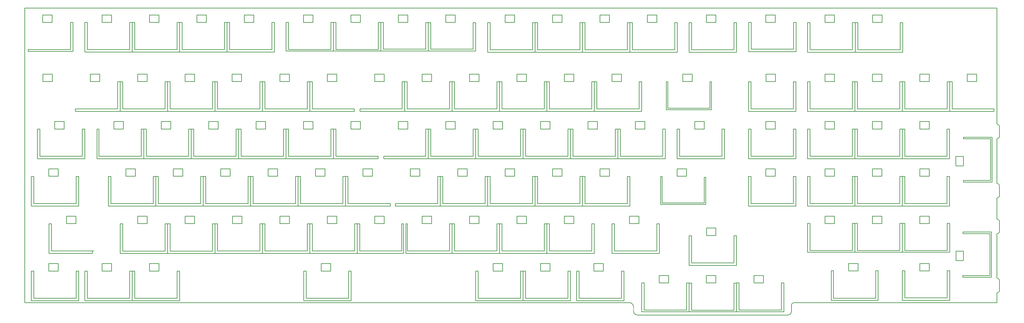
<source format=gko>
G04 Layer: BoardOutlineLayer*
G04 EasyEDA v6.5.33, 2023-07-29 07:31:28*
G04 219471704c294700b8179b9d236804d4,d031c0a8eb424844af7c2e53bc7358ee,10*
G04 Gerber Generator version 0.2*
G04 Scale: 100 percent, Rotated: No, Reflected: No *
G04 Dimensions in millimeters *
G04 leading zeros omitted , absolute positions ,4 integer and 5 decimal *
%FSLAX45Y45*%
%MOMM*%

%ADD10C,0.2000*%
%ADD11C,0.2540*%
D10*
X25247549Y-13097573D02*
G01*
X25247549Y-12928574D01*
D11*
X39839821Y-5537189D02*
G01*
X39840408Y-924305D01*
X39841424Y-11731175D02*
G01*
X39839900Y-10014204D01*
X39941766Y-11837446D02*
G01*
X39941766Y-12289302D01*
X31584836Y-13119074D02*
G01*
X31584836Y-12877774D01*
X25399949Y-13249973D02*
G01*
X31449937Y-13249973D01*
X39839821Y-7924784D02*
G01*
X39839821Y-6197587D01*
X39940765Y-5638134D02*
G01*
X39940765Y-6089990D01*
X39840148Y-9349981D02*
G01*
X39839900Y-8574280D01*
X39941098Y-8022508D02*
G01*
X39941098Y-8474364D01*
X39840408Y-12671044D02*
G01*
X39839900Y-12387071D01*
X779998Y-12699974D02*
G01*
X779998Y-934280D01*
X825500Y-12749974D02*
G01*
X779998Y-12749974D01*
X779998Y-12664107D01*
X825497Y-899998D02*
G01*
X779998Y-899998D01*
X779998Y-934280D01*
X39738221Y-12749974D02*
G01*
X39840319Y-12749974D01*
X39840319Y-12671094D01*
X39738221Y-899998D02*
G01*
X39840319Y-899998D01*
X39840319Y-924397D01*
X825497Y-899998D02*
G01*
X39738221Y-899998D01*
X31999936Y-12749974D02*
G01*
X39738221Y-12749974D01*
X24899950Y-12749974D02*
G01*
X825500Y-12749974D01*
X24899950Y-12749974D02*
G01*
X25068949Y-12749974D01*
G75*
G01*
X25068949Y-12749975D02*
G02*
X25247549Y-12928575I0J-178600D01*
G75*
G01*
X31584837Y-12877775D02*
G02*
X31712637Y-12749975I127800J0D01*
X31712636Y-12749974D02*
G01*
X31999936Y-12749974D01*
X39840148Y-9349981D02*
G01*
X39840148Y-9360209D01*
G75*
G01*
X39890372Y-9963732D02*
G03*
X39839900Y-10014204I0J-50472D01*
G75*
G01*
X39941094Y-9461155D02*
G03*
X39890621Y-9410682I-50473J0D01*
X39941093Y-9461154D02*
G01*
X39941093Y-9913010D01*
G75*
G01*
X39840149Y-9360210D02*
G03*
X39890621Y-9410682I50472J0D01*
G75*
G01*
X39840154Y-7921564D02*
G03*
X39890626Y-7972036I50472J0D01*
G75*
G01*
X39941099Y-8022509D02*
G03*
X39890626Y-7972036I-50473J0D01*
G75*
G01*
X39890377Y-8525086D02*
G03*
X39940850Y-8474613I0J50473D01*
G75*
G01*
X39890377Y-8525086D02*
G03*
X39839905Y-8575558I0J-50472D01*
G75*
G01*
X39839821Y-5537190D02*
G03*
X39890294Y-5587662I50473J0D01*
G75*
G01*
X39940766Y-5638135D02*
G03*
X39890294Y-5587662I-50472J0D01*
G75*
G01*
X39890045Y-6140712D02*
G03*
X39940517Y-6090239I0J50473D01*
G75*
G01*
X39890045Y-6140712D02*
G03*
X39839572Y-6191184I0J-50472D01*
G75*
G01*
X31449937Y-13249974D02*
G03*
X31584837Y-13115074I0J134900D01*
G75*
G01*
X39890372Y-9963732D02*
G03*
X39940845Y-9913259I0J50473D01*
G75*
G01*
X39891045Y-12340024D02*
G03*
X39941518Y-12289551I0J50473D01*
G75*
G01*
X39891045Y-12340024D02*
G03*
X39840573Y-12390496I0J-50472D01*
G75*
G01*
X39840822Y-11736502D02*
G03*
X39891294Y-11786974I50472J0D01*
G75*
G01*
X39941767Y-11837446D02*
G03*
X39891294Y-11786974I-50473J0D01*
G75*
G01*
X25247549Y-13097574D02*
G03*
X25399949Y-13249974I152400J0D01*
X1879099Y-1473801D02*
G01*
X1879099Y-1173802D01*
X1879099Y-1173802D02*
G01*
X1499100Y-1173802D01*
X1499100Y-1173802D02*
G01*
X1499100Y-1473801D01*
X1499100Y-1473801D02*
G01*
X1879099Y-1473801D01*
X4266694Y-1473801D02*
G01*
X4266694Y-1173802D01*
X4266694Y-1173802D02*
G01*
X3886695Y-1173802D01*
X3886695Y-1173802D02*
G01*
X3886695Y-1473801D01*
X3886695Y-1473801D02*
G01*
X4266694Y-1473801D01*
X6171689Y-1473801D02*
G01*
X6171689Y-1173802D01*
X6171689Y-1173802D02*
G01*
X5791690Y-1173802D01*
X5791690Y-1173802D02*
G01*
X5791690Y-1473801D01*
X5791690Y-1473801D02*
G01*
X6171689Y-1473801D01*
X8076686Y-1473801D02*
G01*
X8076686Y-1173802D01*
X8076686Y-1173802D02*
G01*
X7696687Y-1173802D01*
X7696687Y-1173802D02*
G01*
X7696687Y-1473801D01*
X7696687Y-1473801D02*
G01*
X8076686Y-1473801D01*
X9981681Y-1473801D02*
G01*
X9981681Y-1173802D01*
X9981681Y-1173802D02*
G01*
X9601682Y-1173802D01*
X9601682Y-1173802D02*
G01*
X9601682Y-1473801D01*
X9601682Y-1473801D02*
G01*
X9981681Y-1473801D01*
X12356576Y-1473801D02*
G01*
X12356576Y-1173802D01*
X12356576Y-1173802D02*
G01*
X11976577Y-1173802D01*
X11976577Y-1173802D02*
G01*
X11976577Y-1473801D01*
X11976577Y-1473801D02*
G01*
X12356576Y-1473801D01*
X14261574Y-1473801D02*
G01*
X14261574Y-1173802D01*
X14261574Y-1173802D02*
G01*
X13881574Y-1173802D01*
X13881574Y-1173802D02*
G01*
X13881574Y-1473801D01*
X13881574Y-1473801D02*
G01*
X14261574Y-1473801D01*
X16166569Y-1473801D02*
G01*
X16166569Y-1173802D01*
X16166569Y-1173802D02*
G01*
X15786569Y-1173802D01*
X15786569Y-1173802D02*
G01*
X15786569Y-1473801D01*
X15786569Y-1473801D02*
G01*
X16166569Y-1473801D01*
X18071566Y-1473801D02*
G01*
X18071566Y-1173802D01*
X18071566Y-1173802D02*
G01*
X17691567Y-1173802D01*
X17691567Y-1173802D02*
G01*
X17691567Y-1473801D01*
X17691567Y-1473801D02*
G01*
X18071566Y-1473801D01*
X20459161Y-1473801D02*
G01*
X20459161Y-1173802D01*
X20459161Y-1173802D02*
G01*
X20079162Y-1173802D01*
X20079162Y-1173802D02*
G01*
X20079162Y-1473801D01*
X20079162Y-1473801D02*
G01*
X20459161Y-1473801D01*
X22364158Y-1473801D02*
G01*
X22364158Y-1173802D01*
X22364158Y-1173802D02*
G01*
X21984159Y-1173802D01*
X21984159Y-1173802D02*
G01*
X21984159Y-1473801D01*
X21984159Y-1473801D02*
G01*
X22364158Y-1473801D01*
X24269153Y-1473801D02*
G01*
X24269153Y-1173802D01*
X24269153Y-1173802D02*
G01*
X23889154Y-1173802D01*
X23889154Y-1173802D02*
G01*
X23889154Y-1473801D01*
X23889154Y-1473801D02*
G01*
X24269153Y-1473801D01*
X26174151Y-1473801D02*
G01*
X26174151Y-1173802D01*
X26174151Y-1173802D02*
G01*
X25794152Y-1173802D01*
X25794152Y-1173802D02*
G01*
X25794152Y-1473801D01*
X25794152Y-1473801D02*
G01*
X26174151Y-1473801D01*
X28549046Y-1473801D02*
G01*
X28549046Y-1173802D01*
X28549046Y-1173802D02*
G01*
X28169047Y-1173802D01*
X28169047Y-1173802D02*
G01*
X28169047Y-1473801D01*
X28169047Y-1473801D02*
G01*
X28549046Y-1473801D01*
X30936641Y-1473801D02*
G01*
X30936641Y-1173802D01*
X30936641Y-1173802D02*
G01*
X30556641Y-1173802D01*
X30556641Y-1173802D02*
G01*
X30556641Y-1473801D01*
X30556641Y-1473801D02*
G01*
X30936641Y-1473801D01*
X33311536Y-1473801D02*
G01*
X33311536Y-1173802D01*
X33311536Y-1173802D02*
G01*
X32931536Y-1173802D01*
X32931536Y-1173802D02*
G01*
X32931536Y-1473801D01*
X32931536Y-1473801D02*
G01*
X33311536Y-1473801D01*
X35229231Y-1473801D02*
G01*
X35229231Y-1173802D01*
X35229231Y-1173802D02*
G01*
X34849231Y-1173802D01*
X34849231Y-1173802D02*
G01*
X34849231Y-1473801D01*
X34849231Y-1473801D02*
G01*
X35229231Y-1473801D01*
X38650920Y-3554587D02*
G01*
X38650920Y-3854587D01*
X38650920Y-3854587D02*
G01*
X39030920Y-3854587D01*
X39030920Y-3854587D02*
G01*
X39030920Y-3554587D01*
X39030920Y-3554587D02*
G01*
X38650920Y-3554587D01*
X36746924Y-3554587D02*
G01*
X36746924Y-3854587D01*
X36746924Y-3854587D02*
G01*
X37126923Y-3854587D01*
X37126923Y-3854587D02*
G01*
X37126923Y-3554587D01*
X37126923Y-3554587D02*
G01*
X36746924Y-3554587D01*
X34840928Y-3555588D02*
G01*
X34840928Y-3855587D01*
X34840928Y-3855587D02*
G01*
X35220927Y-3855587D01*
X35220927Y-3855587D02*
G01*
X35220927Y-3555588D01*
X35220927Y-3555588D02*
G01*
X34840928Y-3555588D01*
X32935928Y-3555588D02*
G01*
X32935928Y-3855587D01*
X32935928Y-3855587D02*
G01*
X33315927Y-3855587D01*
X33315927Y-3855587D02*
G01*
X33315927Y-3555588D01*
X33315927Y-3555588D02*
G01*
X32935928Y-3555588D01*
X30560967Y-3555588D02*
G01*
X30560967Y-3855587D01*
X30560967Y-3855587D02*
G01*
X30940966Y-3855587D01*
X30940966Y-3855587D02*
G01*
X30940966Y-3555588D01*
X30940966Y-3555588D02*
G01*
X30560967Y-3555588D01*
X27220928Y-3555588D02*
G01*
X27220928Y-3855587D01*
X27220928Y-3855587D02*
G01*
X27600927Y-3855587D01*
X27600927Y-3855587D02*
G01*
X27600927Y-3555588D01*
X27600927Y-3555588D02*
G01*
X27220928Y-3555588D01*
X24376128Y-3555588D02*
G01*
X24376128Y-3855587D01*
X24376128Y-3855587D02*
G01*
X24756127Y-3855587D01*
X24756127Y-3855587D02*
G01*
X24756127Y-3555588D01*
X24756127Y-3555588D02*
G01*
X24376128Y-3555588D01*
X22458428Y-3555588D02*
G01*
X22458428Y-3855587D01*
X22458428Y-3855587D02*
G01*
X22838427Y-3855587D01*
X22838427Y-3855587D02*
G01*
X22838427Y-3555588D01*
X22838427Y-3555588D02*
G01*
X22458428Y-3555588D01*
X20553428Y-3555588D02*
G01*
X20553428Y-3855587D01*
X20553428Y-3855587D02*
G01*
X20933427Y-3855587D01*
X20933427Y-3855587D02*
G01*
X20933427Y-3555588D01*
X20933427Y-3555588D02*
G01*
X20553428Y-3555588D01*
X18648428Y-3555588D02*
G01*
X18648428Y-3855587D01*
X18648428Y-3855587D02*
G01*
X19028427Y-3855587D01*
X19028427Y-3855587D02*
G01*
X19028427Y-3555588D01*
X19028427Y-3555588D02*
G01*
X18648428Y-3555588D01*
X16743428Y-3555588D02*
G01*
X16743428Y-3855587D01*
X16743428Y-3855587D02*
G01*
X17123427Y-3855587D01*
X17123427Y-3855587D02*
G01*
X17123427Y-3555588D01*
X17123427Y-3555588D02*
G01*
X16743428Y-3555588D01*
X14838428Y-3555588D02*
G01*
X14838428Y-3855587D01*
X14838428Y-3855587D02*
G01*
X15218427Y-3855587D01*
X15218427Y-3855587D02*
G01*
X15218427Y-3555588D01*
X15218427Y-3555588D02*
G01*
X14838428Y-3555588D01*
X12933428Y-3555588D02*
G01*
X12933428Y-3855587D01*
X12933428Y-3855587D02*
G01*
X13313427Y-3855587D01*
X13313427Y-3855587D02*
G01*
X13313427Y-3555588D01*
X13313427Y-3555588D02*
G01*
X12933428Y-3555588D01*
X11028428Y-3555588D02*
G01*
X11028428Y-3855587D01*
X11028428Y-3855587D02*
G01*
X11408427Y-3855587D01*
X11408427Y-3855587D02*
G01*
X11408427Y-3555588D01*
X11408427Y-3555588D02*
G01*
X11028428Y-3555588D01*
X9110728Y-3555588D02*
G01*
X9110728Y-3855587D01*
X9110728Y-3855587D02*
G01*
X9490727Y-3855587D01*
X9490727Y-3855587D02*
G01*
X9490727Y-3555588D01*
X9490727Y-3555588D02*
G01*
X9110728Y-3555588D01*
X7218428Y-3555588D02*
G01*
X7218428Y-3855587D01*
X7218428Y-3855587D02*
G01*
X7598427Y-3855587D01*
X7598427Y-3855587D02*
G01*
X7598427Y-3555588D01*
X7598427Y-3555588D02*
G01*
X7218428Y-3555588D01*
X5313428Y-3555588D02*
G01*
X5313428Y-3855587D01*
X5313428Y-3855587D02*
G01*
X5693427Y-3855587D01*
X5693427Y-3855587D02*
G01*
X5693427Y-3555588D01*
X5693427Y-3555588D02*
G01*
X5313428Y-3555588D01*
X3408428Y-3555588D02*
G01*
X3408428Y-3855587D01*
X3408428Y-3855587D02*
G01*
X3788427Y-3855587D01*
X3788427Y-3855587D02*
G01*
X3788427Y-3555588D01*
X3788427Y-3555588D02*
G01*
X3408428Y-3555588D01*
X1503428Y-3555588D02*
G01*
X1503428Y-3855587D01*
X1503428Y-3855587D02*
G01*
X1883427Y-3855587D01*
X1883427Y-3855587D02*
G01*
X1883427Y-3555588D01*
X1883427Y-3555588D02*
G01*
X1503428Y-3555588D01*
X2361702Y-5763392D02*
G01*
X2361702Y-5463392D01*
X2361702Y-5463392D02*
G01*
X1981702Y-5463392D01*
X1981702Y-5463392D02*
G01*
X1981702Y-5763392D01*
X1981702Y-5763392D02*
G01*
X2361702Y-5763392D01*
X4740993Y-5763394D02*
G01*
X4740993Y-5463397D01*
X4740993Y-5463397D02*
G01*
X4360994Y-5463397D01*
X4360994Y-5463397D02*
G01*
X4360994Y-5763394D01*
X4360994Y-5763394D02*
G01*
X4740993Y-5763394D01*
X6645993Y-5763394D02*
G01*
X6645993Y-5463397D01*
X6645993Y-5463397D02*
G01*
X6265994Y-5463397D01*
X6265994Y-5463397D02*
G01*
X6265994Y-5763394D01*
X6265994Y-5763394D02*
G01*
X6645993Y-5763394D01*
X8550993Y-5763394D02*
G01*
X8550993Y-5463397D01*
X8550993Y-5463397D02*
G01*
X8170994Y-5463397D01*
X8170994Y-5463397D02*
G01*
X8170994Y-5763394D01*
X8170994Y-5763394D02*
G01*
X8550993Y-5763394D01*
X10455993Y-5763394D02*
G01*
X10455993Y-5463397D01*
X10455993Y-5463397D02*
G01*
X10075994Y-5463397D01*
X10075994Y-5463397D02*
G01*
X10075994Y-5763394D01*
X10075994Y-5763394D02*
G01*
X10455993Y-5763394D01*
X12360993Y-5763394D02*
G01*
X12360993Y-5463397D01*
X12360993Y-5463397D02*
G01*
X11980994Y-5463397D01*
X11980994Y-5463397D02*
G01*
X11980994Y-5763394D01*
X11980994Y-5763394D02*
G01*
X12360993Y-5763394D01*
X14265993Y-5763394D02*
G01*
X14265993Y-5463397D01*
X14265993Y-5463397D02*
G01*
X13885994Y-5463397D01*
X13885994Y-5463397D02*
G01*
X13885994Y-5763394D01*
X13885994Y-5763394D02*
G01*
X14265993Y-5763394D01*
X16170993Y-5763394D02*
G01*
X16170993Y-5463397D01*
X16170993Y-5463397D02*
G01*
X15790994Y-5463397D01*
X15790994Y-5463397D02*
G01*
X15790994Y-5763394D01*
X15790994Y-5763394D02*
G01*
X16170993Y-5763394D01*
X18075993Y-5763394D02*
G01*
X18075993Y-5463397D01*
X18075993Y-5463397D02*
G01*
X17695994Y-5463397D01*
X17695994Y-5463397D02*
G01*
X17695994Y-5763394D01*
X17695994Y-5763394D02*
G01*
X18075993Y-5763394D01*
X19980993Y-5763394D02*
G01*
X19980993Y-5463397D01*
X19980993Y-5463397D02*
G01*
X19600994Y-5463397D01*
X19600994Y-5463397D02*
G01*
X19600994Y-5763394D01*
X19600994Y-5763394D02*
G01*
X19980993Y-5763394D01*
X21885993Y-5763394D02*
G01*
X21885993Y-5463397D01*
X21885993Y-5463397D02*
G01*
X21505994Y-5463397D01*
X21505994Y-5463397D02*
G01*
X21505994Y-5763394D01*
X21505994Y-5763394D02*
G01*
X21885993Y-5763394D01*
X23790993Y-5763394D02*
G01*
X23790993Y-5463397D01*
X23790993Y-5463397D02*
G01*
X23410994Y-5463397D01*
X23410994Y-5463397D02*
G01*
X23410994Y-5763394D01*
X23410994Y-5763394D02*
G01*
X23790993Y-5763394D01*
X25695993Y-5763394D02*
G01*
X25695993Y-5463397D01*
X25695993Y-5463397D02*
G01*
X25315994Y-5463397D01*
X25315994Y-5463397D02*
G01*
X25315994Y-5763394D01*
X25315994Y-5763394D02*
G01*
X25695993Y-5763394D01*
X28078945Y-5762396D02*
G01*
X28078945Y-5462399D01*
X28078945Y-5462399D02*
G01*
X27698946Y-5462399D01*
X27698946Y-5462399D02*
G01*
X27698946Y-5762396D01*
X27698946Y-5762396D02*
G01*
X28078945Y-5762396D01*
X30935940Y-5762396D02*
G01*
X30935940Y-5462399D01*
X30935940Y-5462399D02*
G01*
X30555940Y-5462399D01*
X30555940Y-5462399D02*
G01*
X30555940Y-5762396D01*
X30555940Y-5762396D02*
G01*
X30935940Y-5762396D01*
X33315993Y-5763394D02*
G01*
X33315993Y-5463397D01*
X33315993Y-5463397D02*
G01*
X32935994Y-5463397D01*
X32935994Y-5463397D02*
G01*
X32935994Y-5763394D01*
X32935994Y-5763394D02*
G01*
X33315993Y-5763394D01*
X35220993Y-5763394D02*
G01*
X35220993Y-5463397D01*
X35220993Y-5463397D02*
G01*
X34840994Y-5463397D01*
X34840994Y-5463397D02*
G01*
X34840994Y-5763394D01*
X34840994Y-5763394D02*
G01*
X35220993Y-5763394D01*
X37125993Y-5763394D02*
G01*
X37125993Y-5463397D01*
X37125993Y-5463397D02*
G01*
X36745994Y-5463397D01*
X36745994Y-5463397D02*
G01*
X36745994Y-5763394D01*
X36745994Y-5763394D02*
G01*
X37125993Y-5763394D01*
X38196517Y-7249988D02*
G01*
X38496516Y-7249988D01*
X38496516Y-7249988D02*
G01*
X38496516Y-6869988D01*
X38496516Y-6869988D02*
G01*
X38196517Y-6869988D01*
X38196517Y-6869988D02*
G01*
X38196517Y-7249988D01*
X36741597Y-7365395D02*
G01*
X36741597Y-7665394D01*
X36741597Y-7665394D02*
G01*
X37121597Y-7665394D01*
X37121597Y-7665394D02*
G01*
X37121597Y-7365395D01*
X37121597Y-7365395D02*
G01*
X36741597Y-7365395D01*
X34836597Y-7365395D02*
G01*
X34836597Y-7665394D01*
X34836597Y-7665394D02*
G01*
X35216597Y-7665394D01*
X35216597Y-7665394D02*
G01*
X35216597Y-7365395D01*
X35216597Y-7365395D02*
G01*
X34836597Y-7365395D01*
X32931597Y-7365395D02*
G01*
X32931597Y-7665394D01*
X32931597Y-7665394D02*
G01*
X33311597Y-7665394D01*
X33311597Y-7665394D02*
G01*
X33311597Y-7365395D01*
X33311597Y-7365395D02*
G01*
X32931597Y-7365395D01*
X30556697Y-7365395D02*
G01*
X30556697Y-7665394D01*
X30556697Y-7665394D02*
G01*
X30936697Y-7665394D01*
X30936697Y-7665394D02*
G01*
X30936697Y-7365395D01*
X30936697Y-7365395D02*
G01*
X30556697Y-7365395D01*
X26987997Y-7365395D02*
G01*
X26987997Y-7665394D01*
X26987997Y-7665394D02*
G01*
X27367997Y-7665394D01*
X27367997Y-7665394D02*
G01*
X27367997Y-7365395D01*
X27367997Y-7365395D02*
G01*
X26987997Y-7365395D01*
X23889197Y-7365395D02*
G01*
X23889197Y-7665394D01*
X23889197Y-7665394D02*
G01*
X24269197Y-7665394D01*
X24269197Y-7665394D02*
G01*
X24269197Y-7365395D01*
X24269197Y-7365395D02*
G01*
X23889197Y-7365395D01*
X21984197Y-7365395D02*
G01*
X21984197Y-7665394D01*
X21984197Y-7665394D02*
G01*
X22364197Y-7665394D01*
X22364197Y-7665394D02*
G01*
X22364197Y-7365395D01*
X22364197Y-7365395D02*
G01*
X21984197Y-7365395D01*
X20079197Y-7365395D02*
G01*
X20079197Y-7665394D01*
X20079197Y-7665394D02*
G01*
X20459197Y-7665394D01*
X20459197Y-7665394D02*
G01*
X20459197Y-7365395D01*
X20459197Y-7365395D02*
G01*
X20079197Y-7365395D01*
X18174197Y-7365395D02*
G01*
X18174197Y-7665394D01*
X18174197Y-7665394D02*
G01*
X18554197Y-7665394D01*
X18554197Y-7665394D02*
G01*
X18554197Y-7365395D01*
X18554197Y-7365395D02*
G01*
X18174197Y-7365395D01*
X16269197Y-7365395D02*
G01*
X16269197Y-7665394D01*
X16269197Y-7665394D02*
G01*
X16649197Y-7665394D01*
X16649197Y-7665394D02*
G01*
X16649197Y-7365395D01*
X16649197Y-7365395D02*
G01*
X16269197Y-7365395D01*
X14364197Y-7365395D02*
G01*
X14364197Y-7665394D01*
X14364197Y-7665394D02*
G01*
X14744197Y-7665394D01*
X14744197Y-7665394D02*
G01*
X14744197Y-7365395D01*
X14744197Y-7365395D02*
G01*
X14364197Y-7365395D01*
X12459197Y-7365395D02*
G01*
X12459197Y-7665394D01*
X12459197Y-7665394D02*
G01*
X12839197Y-7665394D01*
X12839197Y-7665394D02*
G01*
X12839197Y-7365395D01*
X12839197Y-7365395D02*
G01*
X12459197Y-7365395D01*
X10554197Y-7365395D02*
G01*
X10554197Y-7665394D01*
X10554197Y-7665394D02*
G01*
X10934197Y-7665394D01*
X10934197Y-7665394D02*
G01*
X10934197Y-7365395D01*
X10934197Y-7365395D02*
G01*
X10554197Y-7365395D01*
X8649197Y-7365395D02*
G01*
X8649197Y-7665394D01*
X8649197Y-7665394D02*
G01*
X9029197Y-7665394D01*
X9029197Y-7665394D02*
G01*
X9029197Y-7365395D01*
X9029197Y-7365395D02*
G01*
X8649197Y-7365395D01*
X6744197Y-7365395D02*
G01*
X6744197Y-7665394D01*
X6744197Y-7665394D02*
G01*
X7124197Y-7665394D01*
X7124197Y-7665394D02*
G01*
X7124197Y-7365395D01*
X7124197Y-7365395D02*
G01*
X6744197Y-7365395D01*
X4839197Y-7365395D02*
G01*
X4839197Y-7665394D01*
X4839197Y-7665394D02*
G01*
X5219197Y-7665394D01*
X5219197Y-7665394D02*
G01*
X5219197Y-7365395D01*
X5219197Y-7365395D02*
G01*
X4839197Y-7365395D01*
X1740397Y-7365395D02*
G01*
X1740397Y-7665394D01*
X1740397Y-7665394D02*
G01*
X2120397Y-7665394D01*
X2120397Y-7665394D02*
G01*
X2120397Y-7365395D01*
X2120397Y-7365395D02*
G01*
X1740397Y-7365395D01*
X2837997Y-9569386D02*
G01*
X2837997Y-9269387D01*
X2837997Y-9269387D02*
G01*
X2457998Y-9269387D01*
X2457998Y-9269387D02*
G01*
X2457998Y-9569386D01*
X2457998Y-9569386D02*
G01*
X2837997Y-9569386D01*
X5695497Y-9569386D02*
G01*
X5695497Y-9269387D01*
X5695497Y-9269387D02*
G01*
X5315498Y-9269387D01*
X5315498Y-9269387D02*
G01*
X5315498Y-9569386D01*
X5315498Y-9569386D02*
G01*
X5695497Y-9569386D01*
X7600497Y-9569386D02*
G01*
X7600497Y-9269387D01*
X7600497Y-9269387D02*
G01*
X7220498Y-9269387D01*
X7220498Y-9269387D02*
G01*
X7220498Y-9569386D01*
X7220498Y-9569386D02*
G01*
X7600497Y-9569386D01*
X9505497Y-9569386D02*
G01*
X9505497Y-9269387D01*
X9505497Y-9269387D02*
G01*
X9125498Y-9269387D01*
X9125498Y-9269387D02*
G01*
X9125498Y-9569386D01*
X9125498Y-9569386D02*
G01*
X9505497Y-9569386D01*
X11410497Y-9569386D02*
G01*
X11410497Y-9269387D01*
X11410497Y-9269387D02*
G01*
X11030498Y-9269387D01*
X11030498Y-9269387D02*
G01*
X11030498Y-9569386D01*
X11030498Y-9569386D02*
G01*
X11410497Y-9569386D01*
X13315497Y-9569386D02*
G01*
X13315497Y-9269387D01*
X13315497Y-9269387D02*
G01*
X12935498Y-9269387D01*
X12935498Y-9269387D02*
G01*
X12935498Y-9569386D01*
X12935498Y-9569386D02*
G01*
X13315497Y-9569386D01*
X15220497Y-9569386D02*
G01*
X15220497Y-9269387D01*
X15220497Y-9269387D02*
G01*
X14840498Y-9269387D01*
X14840498Y-9269387D02*
G01*
X14840498Y-9569386D01*
X14840498Y-9569386D02*
G01*
X15220497Y-9569386D01*
X17125497Y-9569386D02*
G01*
X17125497Y-9269387D01*
X17125497Y-9269387D02*
G01*
X16745498Y-9269387D01*
X16745498Y-9269387D02*
G01*
X16745498Y-9569386D01*
X16745498Y-9569386D02*
G01*
X17125497Y-9569386D01*
X19030497Y-9569386D02*
G01*
X19030497Y-9269387D01*
X19030497Y-9269387D02*
G01*
X18650498Y-9269387D01*
X18650498Y-9269387D02*
G01*
X18650498Y-9569386D01*
X18650498Y-9569386D02*
G01*
X19030497Y-9569386D01*
X20935497Y-9569386D02*
G01*
X20935497Y-9269387D01*
X20935497Y-9269387D02*
G01*
X20555498Y-9269387D01*
X20555498Y-9269387D02*
G01*
X20555498Y-9569386D01*
X20555498Y-9569386D02*
G01*
X20935497Y-9569386D01*
X22840497Y-9569386D02*
G01*
X22840497Y-9269387D01*
X22840497Y-9269387D02*
G01*
X22460498Y-9269387D01*
X22460498Y-9269387D02*
G01*
X22460498Y-9569386D01*
X22460498Y-9569386D02*
G01*
X22840497Y-9569386D01*
X25456697Y-9569386D02*
G01*
X25456697Y-9269387D01*
X25456697Y-9269387D02*
G01*
X25076698Y-9269387D01*
X25076698Y-9269387D02*
G01*
X25076698Y-9569386D01*
X25076698Y-9569386D02*
G01*
X25456697Y-9569386D01*
X28552945Y-10047384D02*
G01*
X28552945Y-9747384D01*
X28552945Y-9747384D02*
G01*
X28172945Y-9747384D01*
X28172945Y-9747384D02*
G01*
X28172945Y-10047384D01*
X28172945Y-10047384D02*
G01*
X28552945Y-10047384D01*
X33317997Y-9569386D02*
G01*
X33317997Y-9269387D01*
X33317997Y-9269387D02*
G01*
X32937998Y-9269387D01*
X32937998Y-9269387D02*
G01*
X32937998Y-9569386D01*
X32937998Y-9569386D02*
G01*
X33317997Y-9569386D01*
X35222997Y-9569386D02*
G01*
X35222997Y-9269387D01*
X35222997Y-9269387D02*
G01*
X34842998Y-9269387D01*
X34842998Y-9269387D02*
G01*
X34842998Y-9569386D01*
X34842998Y-9569386D02*
G01*
X35222997Y-9569386D01*
X37127997Y-9569386D02*
G01*
X37127997Y-9269387D01*
X37127997Y-9269387D02*
G01*
X36747998Y-9269387D01*
X36747998Y-9269387D02*
G01*
X36747998Y-9569386D01*
X36747998Y-9569386D02*
G01*
X37127997Y-9569386D01*
X38197518Y-11059980D02*
G01*
X38497517Y-11059980D01*
X38497517Y-11059980D02*
G01*
X38497517Y-10679981D01*
X38497517Y-10679981D02*
G01*
X38197518Y-10679981D01*
X38197518Y-10679981D02*
G01*
X38197518Y-11059980D01*
X36745925Y-11176574D02*
G01*
X36745925Y-11476573D01*
X36745925Y-11476573D02*
G01*
X37125925Y-11476573D01*
X37125925Y-11476573D02*
G01*
X37125925Y-11176574D01*
X37125925Y-11176574D02*
G01*
X36745925Y-11176574D01*
X33884930Y-11176574D02*
G01*
X33884930Y-11476573D01*
X33884930Y-11476573D02*
G01*
X34264930Y-11476573D01*
X34264930Y-11476573D02*
G01*
X34264930Y-11176574D01*
X34264930Y-11176574D02*
G01*
X33884930Y-11176574D01*
X30080938Y-11654574D02*
G01*
X30080938Y-11954573D01*
X30080938Y-11954573D02*
G01*
X30460937Y-11954573D01*
X30460937Y-11954573D02*
G01*
X30460937Y-11654574D01*
X30460937Y-11654574D02*
G01*
X30080938Y-11654574D01*
X28171940Y-11654571D02*
G01*
X28171940Y-11954570D01*
X28171940Y-11954570D02*
G01*
X28551939Y-11954570D01*
X28551939Y-11954570D02*
G01*
X28551939Y-11654571D01*
X28551939Y-11654571D02*
G01*
X28171940Y-11654571D01*
X26268944Y-11654571D02*
G01*
X26268944Y-11954570D01*
X26268944Y-11954570D02*
G01*
X26648943Y-11954570D01*
X26648943Y-11954570D02*
G01*
X26648943Y-11654571D01*
X26648943Y-11654571D02*
G01*
X26268944Y-11654571D01*
X23647897Y-11178573D02*
G01*
X23647897Y-11478572D01*
X23647897Y-11478572D02*
G01*
X24027897Y-11478572D01*
X24027897Y-11478572D02*
G01*
X24027897Y-11178573D01*
X24027897Y-11178573D02*
G01*
X23647897Y-11178573D01*
X21502954Y-11178573D02*
G01*
X21502954Y-11478572D01*
X21502954Y-11478572D02*
G01*
X21882953Y-11478572D01*
X21882953Y-11478572D02*
G01*
X21882953Y-11178573D01*
X21882953Y-11178573D02*
G01*
X21502954Y-11178573D01*
X19602958Y-11178573D02*
G01*
X19602958Y-11478572D01*
X19602958Y-11478572D02*
G01*
X19982957Y-11478572D01*
X19982957Y-11478572D02*
G01*
X19982957Y-11178573D01*
X19982957Y-11178573D02*
G01*
X19602958Y-11178573D01*
X12692471Y-11178573D02*
G01*
X12692471Y-11478572D01*
X12692471Y-11478572D02*
G01*
X13072470Y-11478572D01*
X13072470Y-11478572D02*
G01*
X13072470Y-11178573D01*
X13072470Y-11178573D02*
G01*
X12692471Y-11178573D01*
X5791697Y-11178573D02*
G01*
X5791697Y-11478572D01*
X5791697Y-11478572D02*
G01*
X6171697Y-11478572D01*
X6171697Y-11478572D02*
G01*
X6171697Y-11178573D01*
X6171697Y-11178573D02*
G01*
X5791697Y-11178573D01*
X3886697Y-11178573D02*
G01*
X3886697Y-11478572D01*
X3886697Y-11478572D02*
G01*
X4266697Y-11478572D01*
X4266697Y-11478572D02*
G01*
X4266697Y-11178573D01*
X4266697Y-11178573D02*
G01*
X3886697Y-11178573D01*
X1740992Y-11178573D02*
G01*
X1740992Y-11478572D01*
X1740992Y-11478572D02*
G01*
X2120993Y-11478572D01*
X2120993Y-11478572D02*
G01*
X2120993Y-11178573D01*
X2120993Y-11178573D02*
G01*
X1740992Y-11178573D01*
X2616200Y-1473200D02*
G01*
X2717800Y-1473200D01*
X2717800Y-1473200D02*
G01*
X2717794Y-2641594D01*
X2717794Y-2641594D02*
G01*
X914397Y-2641594D01*
X914397Y-2641594D02*
G01*
X914397Y-2565394D01*
X914397Y-2565394D02*
G01*
X914397Y-2565394D01*
X914397Y-2565394D02*
G01*
X914400Y-2565400D01*
X914400Y-2565400D02*
G01*
X2616200Y-2565400D01*
X2616200Y-2565400D02*
G01*
X2616200Y-2565400D01*
X2616200Y-2565400D02*
G01*
X2616200Y-1473200D01*
X4991100Y-1473200D02*
G01*
X5092700Y-1473200D01*
X5092700Y-1473200D02*
G01*
X5092700Y-2667000D01*
X5092700Y-2667000D02*
G01*
X3187700Y-2667000D01*
X3187700Y-2667000D02*
G01*
X3187700Y-1473200D01*
X3187700Y-1473200D02*
G01*
X3289300Y-1473200D01*
X3289300Y-1473200D02*
G01*
X3289300Y-2565400D01*
X3289300Y-2565400D02*
G01*
X4991100Y-2565400D01*
X4991100Y-2565400D02*
G01*
X4991100Y-2565400D01*
X4991100Y-2565400D02*
G01*
X4991100Y-1473200D01*
X6896100Y-1473200D02*
G01*
X6997700Y-1473200D01*
X6997700Y-1473200D02*
G01*
X6997700Y-2667000D01*
X6997700Y-2667000D02*
G01*
X5092700Y-2667000D01*
X5092700Y-2667000D02*
G01*
X5092700Y-1473200D01*
X5092700Y-1473200D02*
G01*
X5194300Y-1473200D01*
X5194300Y-1473200D02*
G01*
X5194300Y-2565400D01*
X5194300Y-2565400D02*
G01*
X6896100Y-2565400D01*
X6896100Y-2565400D02*
G01*
X6896100Y-2565400D01*
X6896100Y-2565400D02*
G01*
X6896100Y-1473200D01*
X8801100Y-1473200D02*
G01*
X8902700Y-1473200D01*
X8902700Y-1473200D02*
G01*
X8902700Y-2667000D01*
X8902700Y-2667000D02*
G01*
X6997700Y-2667000D01*
X6997700Y-2667000D02*
G01*
X6997700Y-1473200D01*
X6997700Y-1473200D02*
G01*
X7099300Y-1473200D01*
X7099300Y-1473200D02*
G01*
X7099300Y-2565400D01*
X7099300Y-2565400D02*
G01*
X8801100Y-2565400D01*
X8801100Y-2565400D02*
G01*
X8801100Y-2565400D01*
X8801100Y-2565400D02*
G01*
X8801100Y-1473200D01*
X10706100Y-1473200D02*
G01*
X10807700Y-1473200D01*
X10807700Y-1473200D02*
G01*
X10807700Y-2667000D01*
X10807700Y-2667000D02*
G01*
X8902700Y-2667000D01*
X8902700Y-2667000D02*
G01*
X8902700Y-1473200D01*
X8902700Y-1473200D02*
G01*
X9004300Y-1473200D01*
X9004300Y-1473200D02*
G01*
X9004300Y-2565400D01*
X9004300Y-2565400D02*
G01*
X10706100Y-2565400D01*
X10706100Y-2565400D02*
G01*
X10706100Y-2565400D01*
X10706100Y-2565400D02*
G01*
X10706100Y-1473200D01*
X13080974Y-1473197D02*
G01*
X13182574Y-1473197D01*
X13182574Y-1473197D02*
G01*
X13182549Y-2628892D01*
X13182549Y-2628892D02*
G01*
X11277551Y-2628892D01*
X11277551Y-2628892D02*
G01*
X11277574Y-1473197D01*
X11277574Y-1473197D02*
G01*
X11379174Y-1473197D01*
X11379174Y-1473197D02*
G01*
X11379174Y-2565397D01*
X11379174Y-2565397D02*
G01*
X13080974Y-2565397D01*
X13080974Y-2565397D02*
G01*
X13080974Y-2565397D01*
X13080974Y-2565397D02*
G01*
X13080974Y-1473197D01*
X14985969Y-1473197D02*
G01*
X15087569Y-1473197D01*
X15087569Y-1473197D02*
G01*
X15087539Y-2628892D01*
X15087539Y-2628892D02*
G01*
X13182544Y-2628892D01*
X13182544Y-2628892D02*
G01*
X13182569Y-1473197D01*
X13182569Y-1473197D02*
G01*
X13284169Y-1473197D01*
X13284169Y-1473197D02*
G01*
X13284169Y-2565397D01*
X13284169Y-2565397D02*
G01*
X14985969Y-2565397D01*
X14985969Y-2565397D02*
G01*
X14985969Y-2565397D01*
X14985969Y-2565397D02*
G01*
X14985969Y-1473197D01*
X16891000Y-1485900D02*
G01*
X16992600Y-1485900D01*
X16992600Y-1485900D02*
G01*
X16992566Y-2628894D01*
X16992566Y-2628894D02*
G01*
X15087569Y-2628894D01*
X15087569Y-2628894D02*
G01*
X15087569Y-1473197D01*
X15087569Y-1473197D02*
G01*
X15189169Y-1473197D01*
X15189169Y-1473197D02*
G01*
X15189169Y-2552694D01*
X15189169Y-2552694D02*
G01*
X16890966Y-2552694D01*
X16890966Y-2552694D02*
G01*
X16890966Y-2552694D01*
X16890966Y-2552694D02*
G01*
X16891000Y-1485900D01*
X18796000Y-1485900D02*
G01*
X18897600Y-1485900D01*
X18897600Y-1485900D02*
G01*
X18897561Y-2628894D01*
X18897561Y-2628894D02*
G01*
X16992566Y-2628894D01*
X16992566Y-2628894D02*
G01*
X16992600Y-1485900D01*
X16992600Y-1485900D02*
G01*
X17094200Y-1485900D01*
X17094200Y-1485900D02*
G01*
X17094166Y-2552694D01*
X17094166Y-2552694D02*
G01*
X18795961Y-2552694D01*
X18795961Y-2552694D02*
G01*
X18795961Y-2552694D01*
X18795961Y-2552694D02*
G01*
X18796000Y-1485900D01*
X21183600Y-1485900D02*
G01*
X21285200Y-1485900D01*
X21285200Y-1485900D02*
G01*
X21285200Y-2679700D01*
X21285200Y-2679700D02*
G01*
X19380200Y-2679700D01*
X19380200Y-2679700D02*
G01*
X19380200Y-1485900D01*
X19380200Y-1485900D02*
G01*
X19481800Y-1485900D01*
X19481800Y-1485900D02*
G01*
X19481800Y-2578100D01*
X19481800Y-2578100D02*
G01*
X21183600Y-2578100D01*
X21183600Y-2578100D02*
G01*
X21183600Y-2578100D01*
X21183600Y-2578100D02*
G01*
X21183600Y-1485900D01*
X23088600Y-1485900D02*
G01*
X23190200Y-1485900D01*
X23190200Y-1485900D02*
G01*
X23190200Y-2679700D01*
X23190200Y-2679700D02*
G01*
X21285200Y-2679700D01*
X21285200Y-2679700D02*
G01*
X21285200Y-1485900D01*
X21285200Y-1485900D02*
G01*
X21386800Y-1485900D01*
X21386800Y-1485900D02*
G01*
X21386800Y-2578100D01*
X21386800Y-2578100D02*
G01*
X23088600Y-2578100D01*
X23088600Y-2578100D02*
G01*
X23088600Y-2578100D01*
X23088600Y-2578100D02*
G01*
X23088600Y-1485900D01*
X24993600Y-1485900D02*
G01*
X25095200Y-1485900D01*
X25095200Y-1485900D02*
G01*
X25095200Y-2679700D01*
X25095200Y-2679700D02*
G01*
X23190200Y-2679700D01*
X23190200Y-2679700D02*
G01*
X23190200Y-1485900D01*
X23190200Y-1485900D02*
G01*
X23291800Y-1485900D01*
X23291800Y-1485900D02*
G01*
X23291800Y-2578100D01*
X23291800Y-2578100D02*
G01*
X24993600Y-2578100D01*
X24993600Y-2578100D02*
G01*
X24993600Y-2578100D01*
X24993600Y-2578100D02*
G01*
X24993600Y-1485900D01*
X26898600Y-1485900D02*
G01*
X27000200Y-1485900D01*
X27000200Y-1485900D02*
G01*
X27000200Y-2679700D01*
X27000200Y-2679700D02*
G01*
X25095200Y-2679700D01*
X25095200Y-2679700D02*
G01*
X25095200Y-1485900D01*
X25095200Y-1485900D02*
G01*
X25196800Y-1485900D01*
X25196800Y-1485900D02*
G01*
X25196800Y-2578100D01*
X25196800Y-2578100D02*
G01*
X26898600Y-2578100D01*
X26898600Y-2578100D02*
G01*
X26898600Y-2578100D01*
X26898600Y-2578100D02*
G01*
X26898600Y-1485900D01*
X29273500Y-1485900D02*
G01*
X29375100Y-1485900D01*
X29375100Y-1485900D02*
G01*
X29375100Y-2679700D01*
X29375100Y-2679700D02*
G01*
X27470100Y-2679700D01*
X27470100Y-2679700D02*
G01*
X27470100Y-1485900D01*
X27470100Y-1485900D02*
G01*
X27571700Y-1485900D01*
X27571700Y-1485900D02*
G01*
X27571700Y-2578100D01*
X27571700Y-2578100D02*
G01*
X29273500Y-2578100D01*
X29273500Y-2578100D02*
G01*
X29273500Y-2578100D01*
X29273500Y-2578100D02*
G01*
X29273500Y-1485900D01*
X31673736Y-1473197D02*
G01*
X31775336Y-1473197D01*
X31775336Y-1473197D02*
G01*
X31775336Y-2654294D01*
X31775336Y-2654294D02*
G01*
X29870339Y-2654294D01*
X29870339Y-2654294D02*
G01*
X29870336Y-1473197D01*
X29870336Y-1473197D02*
G01*
X29971936Y-1473197D01*
X29971936Y-1473197D02*
G01*
X29971939Y-2552694D01*
X29971939Y-2552694D02*
G01*
X31673736Y-2552694D01*
X31673736Y-2552694D02*
G01*
X31673736Y-2552694D01*
X31673736Y-2552694D02*
G01*
X31673736Y-1473197D01*
X34036000Y-1485900D02*
G01*
X34150300Y-1485900D01*
X34150300Y-1485900D02*
G01*
X34150300Y-2679700D01*
X34150300Y-2679700D02*
G01*
X32232600Y-2679700D01*
X32232600Y-2679700D02*
G01*
X32232600Y-1485900D01*
X32232600Y-1485900D02*
G01*
X32334200Y-1485900D01*
X32334200Y-1485900D02*
G01*
X32334200Y-2578100D01*
X32334200Y-2578100D02*
G01*
X34036000Y-2578100D01*
X34036000Y-2578100D02*
G01*
X34036000Y-2578100D01*
X34036000Y-2578100D02*
G01*
X34036000Y-1485900D01*
X35953700Y-1485900D02*
G01*
X36055300Y-1485900D01*
X36055300Y-1485900D02*
G01*
X36055300Y-2679700D01*
X36055300Y-2679700D02*
G01*
X34150300Y-2679700D01*
X34150300Y-2679700D02*
G01*
X34150300Y-1485900D01*
X34150300Y-1485900D02*
G01*
X34251900Y-1485900D01*
X34251900Y-1485900D02*
G01*
X34251900Y-2578100D01*
X34251900Y-2578100D02*
G01*
X35953700Y-2578100D01*
X35953700Y-2578100D02*
G01*
X35953700Y-2578100D01*
X35953700Y-2578100D02*
G01*
X35953700Y-1485900D01*
X2806700Y-5054600D02*
G01*
X2806700Y-4953000D01*
X2806700Y-4953000D02*
G01*
X2806700Y-4953000D01*
X2806700Y-4953000D02*
G01*
X4508500Y-4953000D01*
X4508500Y-4953000D02*
G01*
X4508500Y-3860800D01*
X4508500Y-3860800D02*
G01*
X4610100Y-3860800D01*
X4610100Y-3860800D02*
G01*
X4610100Y-5054600D01*
X4610100Y-5054600D02*
G01*
X2806700Y-5054600D01*
X2806700Y-5054600D02*
G01*
X2806700Y-5054600D01*
X2806700Y-5054600D02*
G01*
X2806700Y-5054600D01*
X6413500Y-3860800D02*
G01*
X6515100Y-3860800D01*
X6515100Y-3860800D02*
G01*
X6515100Y-5054600D01*
X6515100Y-5054600D02*
G01*
X4610100Y-5054600D01*
X4610100Y-5054600D02*
G01*
X4610100Y-3860800D01*
X4610100Y-3860800D02*
G01*
X4711700Y-3860800D01*
X4711700Y-3860800D02*
G01*
X4711700Y-4953000D01*
X4711700Y-4953000D02*
G01*
X6413500Y-4953000D01*
X6413500Y-4953000D02*
G01*
X6413500Y-4953000D01*
X6413500Y-4953000D02*
G01*
X6413500Y-3860800D01*
X8318500Y-3860800D02*
G01*
X8420100Y-3860800D01*
X8420100Y-3860800D02*
G01*
X8420100Y-5054600D01*
X8420100Y-5054600D02*
G01*
X6515100Y-5054600D01*
X6515100Y-5054600D02*
G01*
X6515100Y-3860800D01*
X6515100Y-3860800D02*
G01*
X6616700Y-3860800D01*
X6616700Y-3860800D02*
G01*
X6616700Y-4953000D01*
X6616700Y-4953000D02*
G01*
X8318500Y-4953000D01*
X8318500Y-4953000D02*
G01*
X8318500Y-4953000D01*
X8318500Y-4953000D02*
G01*
X8318500Y-3860800D01*
X10223500Y-3860800D02*
G01*
X10325100Y-3860800D01*
X10325100Y-3860800D02*
G01*
X10325100Y-5054600D01*
X10325100Y-5054600D02*
G01*
X8420100Y-5054600D01*
X8420100Y-5054600D02*
G01*
X8420100Y-3860800D01*
X8420100Y-3860800D02*
G01*
X8521700Y-3860800D01*
X8521700Y-3860800D02*
G01*
X8521700Y-4953000D01*
X8521700Y-4953000D02*
G01*
X10223500Y-4953000D01*
X10223500Y-4953000D02*
G01*
X10223500Y-4953000D01*
X10223500Y-4953000D02*
G01*
X10223500Y-3860800D01*
X12128500Y-3860800D02*
G01*
X12230100Y-3860800D01*
X12230100Y-3860800D02*
G01*
X12230100Y-5054600D01*
X12230100Y-5054600D02*
G01*
X10325100Y-5054600D01*
X10325100Y-5054600D02*
G01*
X10325100Y-3860800D01*
X10325100Y-3860800D02*
G01*
X10426700Y-3860800D01*
X10426700Y-3860800D02*
G01*
X10426700Y-4953000D01*
X10426700Y-4953000D02*
G01*
X12128500Y-4953000D01*
X12128500Y-4953000D02*
G01*
X12128500Y-4953000D01*
X12128500Y-4953000D02*
G01*
X12128500Y-3860800D01*
X12230100Y-5054600D02*
G01*
X12230100Y-3860800D01*
X12230100Y-3860800D02*
G01*
X12331700Y-3860800D01*
X12331700Y-3860800D02*
G01*
X12331700Y-4953000D01*
X12331700Y-4953000D02*
G01*
X14020778Y-4953000D01*
X14020778Y-4953000D02*
G01*
X14020772Y-5054589D01*
X14020772Y-5054589D02*
G01*
X12230100Y-5054600D01*
X12230100Y-5054600D02*
G01*
X12230100Y-5054600D01*
X15938500Y-3860800D02*
G01*
X16040100Y-3860800D01*
X16040100Y-3860800D02*
G01*
X16040100Y-5054600D01*
X16040100Y-5054600D02*
G01*
X14249372Y-5054589D01*
X14249372Y-5054589D02*
G01*
X14249372Y-5054589D01*
X14249372Y-5054589D02*
G01*
X14249372Y-4952989D01*
X14249372Y-4952989D02*
G01*
X14249372Y-4952989D01*
X14249372Y-4952989D02*
G01*
X15938500Y-4953000D01*
X15938500Y-4953000D02*
G01*
X15938500Y-4953000D01*
X15938500Y-4953000D02*
G01*
X15938500Y-3860800D01*
X17843500Y-3860800D02*
G01*
X17945100Y-3860800D01*
X17945100Y-3860800D02*
G01*
X17945100Y-5054600D01*
X17945100Y-5054600D02*
G01*
X16040100Y-5054600D01*
X16040100Y-5054600D02*
G01*
X16040100Y-3860800D01*
X16040100Y-3860800D02*
G01*
X16141700Y-3860800D01*
X16141700Y-3860800D02*
G01*
X16141700Y-4953000D01*
X16141700Y-4953000D02*
G01*
X17843500Y-4953000D01*
X17843500Y-4953000D02*
G01*
X17843500Y-4953000D01*
X17843500Y-4953000D02*
G01*
X17843500Y-3860800D01*
X19748500Y-3860800D02*
G01*
X19850100Y-3860800D01*
X19850100Y-3860800D02*
G01*
X19850100Y-5054600D01*
X19850100Y-5054600D02*
G01*
X17945100Y-5054600D01*
X17945100Y-5054600D02*
G01*
X17945100Y-3860800D01*
X17945100Y-3860800D02*
G01*
X18046700Y-3860800D01*
X18046700Y-3860800D02*
G01*
X18046700Y-4953000D01*
X18046700Y-4953000D02*
G01*
X19748500Y-4953000D01*
X19748500Y-4953000D02*
G01*
X19748500Y-4953000D01*
X19748500Y-4953000D02*
G01*
X19748500Y-3860800D01*
X21653500Y-3860800D02*
G01*
X21755100Y-3860800D01*
X21755100Y-3860800D02*
G01*
X21755100Y-5054600D01*
X21755100Y-5054600D02*
G01*
X19850100Y-5054600D01*
X19850100Y-5054600D02*
G01*
X19850100Y-3860800D01*
X19850100Y-3860800D02*
G01*
X19951700Y-3860800D01*
X19951700Y-3860800D02*
G01*
X19951700Y-4953000D01*
X19951700Y-4953000D02*
G01*
X21653500Y-4953000D01*
X21653500Y-4953000D02*
G01*
X21653500Y-4953000D01*
X21653500Y-4953000D02*
G01*
X21653500Y-3860800D01*
X23558500Y-3860800D02*
G01*
X23660100Y-3860800D01*
X23660100Y-3860800D02*
G01*
X23660100Y-5054600D01*
X23660100Y-5054600D02*
G01*
X21755100Y-5054600D01*
X21755100Y-5054600D02*
G01*
X21755100Y-3860800D01*
X21755100Y-3860800D02*
G01*
X21856700Y-3860800D01*
X21856700Y-3860800D02*
G01*
X21856700Y-4953000D01*
X21856700Y-4953000D02*
G01*
X23558500Y-4953000D01*
X23558500Y-4953000D02*
G01*
X23558500Y-4953000D01*
X23558500Y-4953000D02*
G01*
X23558500Y-3860800D01*
X25463500Y-3860800D02*
G01*
X25565100Y-3860800D01*
X25565100Y-3860800D02*
G01*
X25565100Y-5054600D01*
X25565100Y-5054600D02*
G01*
X23660100Y-5054600D01*
X23660100Y-5054600D02*
G01*
X23660100Y-3860800D01*
X23660100Y-3860800D02*
G01*
X23761700Y-3860800D01*
X23761700Y-3860800D02*
G01*
X23761700Y-4953000D01*
X23761700Y-4953000D02*
G01*
X25463500Y-4953000D01*
X25463500Y-4953000D02*
G01*
X25463500Y-4953000D01*
X25463500Y-4953000D02*
G01*
X25463500Y-3860800D01*
X34036000Y-3860800D02*
G01*
X34137600Y-3860800D01*
X34137600Y-3860800D02*
G01*
X34137600Y-5054600D01*
X34137600Y-5054600D02*
G01*
X32232600Y-5054600D01*
X32232600Y-5054600D02*
G01*
X32232600Y-3860800D01*
X32232600Y-3860800D02*
G01*
X32334200Y-3860800D01*
X32334200Y-3860800D02*
G01*
X32334200Y-4953000D01*
X32334200Y-4953000D02*
G01*
X34036000Y-4953000D01*
X34036000Y-4953000D02*
G01*
X34036000Y-4953000D01*
X34036000Y-4953000D02*
G01*
X34036000Y-3860800D01*
X35941000Y-3860800D02*
G01*
X36042600Y-3860800D01*
X36042600Y-3860800D02*
G01*
X36042600Y-5054600D01*
X36042600Y-5054600D02*
G01*
X34137600Y-5054600D01*
X34137600Y-5054600D02*
G01*
X34137600Y-3860800D01*
X34137600Y-3860800D02*
G01*
X34239200Y-3860800D01*
X34239200Y-3860800D02*
G01*
X34239200Y-4953000D01*
X34239200Y-4953000D02*
G01*
X35941000Y-4953000D01*
X35941000Y-4953000D02*
G01*
X35941000Y-4953000D01*
X35941000Y-4953000D02*
G01*
X35941000Y-3860800D01*
X37846000Y-3860800D02*
G01*
X37947600Y-3860800D01*
X37947600Y-3860800D02*
G01*
X37947600Y-5054600D01*
X37947600Y-5054600D02*
G01*
X36042600Y-5054600D01*
X36042600Y-5054600D02*
G01*
X36042600Y-3860800D01*
X36042600Y-3860800D02*
G01*
X36144200Y-3860800D01*
X36144200Y-3860800D02*
G01*
X36144200Y-4953000D01*
X36144200Y-4953000D02*
G01*
X37846000Y-4953000D01*
X37846000Y-4953000D02*
G01*
X37846000Y-4953000D01*
X37846000Y-4953000D02*
G01*
X37846000Y-3860800D01*
X37947600Y-5054600D02*
G01*
X37947600Y-3860800D01*
X37947600Y-3860800D02*
G01*
X38049200Y-3860800D01*
X38049200Y-3860800D02*
G01*
X38049200Y-4953000D01*
X38049200Y-4953000D02*
G01*
X39725521Y-4952989D01*
X39725521Y-4952989D02*
G01*
X39725521Y-5054589D01*
X39725521Y-5054589D02*
G01*
X37947600Y-5054600D01*
X37947600Y-5054600D02*
G01*
X37947600Y-5054600D01*
X31661100Y-3860800D02*
G01*
X31762700Y-3860800D01*
X31762700Y-3860800D02*
G01*
X31762700Y-5054600D01*
X31762700Y-5054600D02*
G01*
X29857700Y-5054600D01*
X29857700Y-5054600D02*
G01*
X29857700Y-3860800D01*
X29857700Y-3860800D02*
G01*
X29959300Y-3860800D01*
X29959300Y-3860800D02*
G01*
X29959300Y-4953000D01*
X29959300Y-4953000D02*
G01*
X31661100Y-4953000D01*
X31661100Y-4953000D02*
G01*
X31661100Y-4953000D01*
X31661100Y-4953000D02*
G01*
X31661100Y-3860800D01*
X5461424Y-5765944D02*
G01*
X5563024Y-5765944D01*
X5563024Y-5765944D02*
G01*
X5563024Y-6959744D01*
X5563024Y-6959744D02*
G01*
X3682992Y-6959587D01*
X3682992Y-6959587D02*
G01*
X3682992Y-5765787D01*
X3682992Y-5765787D02*
G01*
X3759624Y-5765944D01*
X3759624Y-5765944D02*
G01*
X3759624Y-6858144D01*
X3759624Y-6858144D02*
G01*
X5461424Y-6858144D01*
X5461424Y-6858144D02*
G01*
X5461424Y-6858144D01*
X5461424Y-6858144D02*
G01*
X5461424Y-5765944D01*
X7366424Y-5765944D02*
G01*
X7468024Y-5765944D01*
X7468024Y-5765944D02*
G01*
X7468024Y-6959744D01*
X7468024Y-6959744D02*
G01*
X5563024Y-6959744D01*
X5563024Y-6959744D02*
G01*
X5563024Y-5765944D01*
X5563024Y-5765944D02*
G01*
X5664624Y-5765944D01*
X5664624Y-5765944D02*
G01*
X5664624Y-6858144D01*
X5664624Y-6858144D02*
G01*
X7366424Y-6858144D01*
X7366424Y-6858144D02*
G01*
X7366424Y-6858144D01*
X7366424Y-6858144D02*
G01*
X7366424Y-5765944D01*
X9271424Y-5765944D02*
G01*
X9373024Y-5765944D01*
X9373024Y-5765944D02*
G01*
X9373024Y-6959744D01*
X9373024Y-6959744D02*
G01*
X7468024Y-6959744D01*
X7468024Y-6959744D02*
G01*
X7468024Y-5765944D01*
X7468024Y-5765944D02*
G01*
X7569624Y-5765944D01*
X7569624Y-5765944D02*
G01*
X7569624Y-6858144D01*
X7569624Y-6858144D02*
G01*
X9271424Y-6858144D01*
X9271424Y-6858144D02*
G01*
X9271424Y-6858144D01*
X9271424Y-6858144D02*
G01*
X9271424Y-5765944D01*
X11176424Y-5765944D02*
G01*
X11278024Y-5765944D01*
X11278024Y-5765944D02*
G01*
X11278024Y-6959744D01*
X11278024Y-6959744D02*
G01*
X9373024Y-6959744D01*
X9373024Y-6959744D02*
G01*
X9373024Y-5765944D01*
X9373024Y-5765944D02*
G01*
X9474624Y-5765944D01*
X9474624Y-5765944D02*
G01*
X9474624Y-6858144D01*
X9474624Y-6858144D02*
G01*
X11176424Y-6858144D01*
X11176424Y-6858144D02*
G01*
X11176424Y-6858144D01*
X11176424Y-6858144D02*
G01*
X11176424Y-5765944D01*
X13081424Y-5765944D02*
G01*
X13183024Y-5765944D01*
X13183024Y-5765944D02*
G01*
X13183024Y-6959744D01*
X13183024Y-6959744D02*
G01*
X11278024Y-6959744D01*
X11278024Y-6959744D02*
G01*
X11278024Y-5765944D01*
X11278024Y-5765944D02*
G01*
X11379624Y-5765944D01*
X11379624Y-5765944D02*
G01*
X11379624Y-6858144D01*
X11379624Y-6858144D02*
G01*
X13081424Y-6858144D01*
X13081424Y-6858144D02*
G01*
X13081424Y-6858144D01*
X13081424Y-6858144D02*
G01*
X13081424Y-5765944D01*
X13183024Y-6959744D02*
G01*
X13183024Y-5765944D01*
X13183024Y-5765944D02*
G01*
X13284624Y-5765944D01*
X13284624Y-5765944D02*
G01*
X13284624Y-6858144D01*
X13284624Y-6858144D02*
G01*
X14973269Y-6857987D01*
X14973269Y-6857987D02*
G01*
X14973269Y-6959587D01*
X14973269Y-6959587D02*
G01*
X13183024Y-6959744D01*
X13183024Y-6959744D02*
G01*
X13183024Y-6959744D01*
X16891424Y-5765944D02*
G01*
X16993024Y-5765944D01*
X16993024Y-5765944D02*
G01*
X16993024Y-6959744D01*
X16993024Y-6959744D02*
G01*
X15201869Y-6959587D01*
X15201869Y-6959587D02*
G01*
X15201869Y-6959587D01*
X15201869Y-6959587D02*
G01*
X15201869Y-6857987D01*
X15201869Y-6857987D02*
G01*
X15201869Y-6857987D01*
X15201869Y-6857987D02*
G01*
X16891424Y-6858144D01*
X16891424Y-6858144D02*
G01*
X16891424Y-6858144D01*
X16891424Y-6858144D02*
G01*
X16891424Y-5765944D01*
X18796424Y-5765944D02*
G01*
X18898024Y-5765944D01*
X18898024Y-5765944D02*
G01*
X18898024Y-6959744D01*
X18898024Y-6959744D02*
G01*
X16993024Y-6959744D01*
X16993024Y-6959744D02*
G01*
X16993024Y-5765944D01*
X16993024Y-5765944D02*
G01*
X17094624Y-5765944D01*
X17094624Y-5765944D02*
G01*
X17094624Y-6858144D01*
X17094624Y-6858144D02*
G01*
X18796424Y-6858144D01*
X18796424Y-6858144D02*
G01*
X18796424Y-6858144D01*
X18796424Y-6858144D02*
G01*
X18796424Y-5765944D01*
X20701424Y-5765944D02*
G01*
X20803024Y-5765944D01*
X20803024Y-5765944D02*
G01*
X20803024Y-6959744D01*
X20803024Y-6959744D02*
G01*
X18898024Y-6959744D01*
X18898024Y-6959744D02*
G01*
X18898024Y-5765944D01*
X18898024Y-5765944D02*
G01*
X18999624Y-5765944D01*
X18999624Y-5765944D02*
G01*
X18999624Y-6858144D01*
X18999624Y-6858144D02*
G01*
X20701424Y-6858144D01*
X20701424Y-6858144D02*
G01*
X20701424Y-6858144D01*
X20701424Y-6858144D02*
G01*
X20701424Y-5765944D01*
X22606424Y-5765944D02*
G01*
X22708024Y-5765944D01*
X22708024Y-5765944D02*
G01*
X22708024Y-6959744D01*
X22708024Y-6959744D02*
G01*
X20803024Y-6959744D01*
X20803024Y-6959744D02*
G01*
X20803024Y-5765944D01*
X20803024Y-5765944D02*
G01*
X20904624Y-5765944D01*
X20904624Y-5765944D02*
G01*
X20904624Y-6858144D01*
X20904624Y-6858144D02*
G01*
X22606424Y-6858144D01*
X22606424Y-6858144D02*
G01*
X22606424Y-6858144D01*
X22606424Y-6858144D02*
G01*
X22606424Y-5765944D01*
X24511424Y-5765944D02*
G01*
X24613024Y-5765944D01*
X24613024Y-5765944D02*
G01*
X24613024Y-6959744D01*
X24613024Y-6959744D02*
G01*
X22708024Y-6959744D01*
X22708024Y-6959744D02*
G01*
X22708024Y-5765944D01*
X22708024Y-5765944D02*
G01*
X22809624Y-5765944D01*
X22809624Y-5765944D02*
G01*
X22809624Y-6858144D01*
X22809624Y-6858144D02*
G01*
X24511424Y-6858144D01*
X24511424Y-6858144D02*
G01*
X24511424Y-6858144D01*
X24511424Y-6858144D02*
G01*
X24511424Y-5765944D01*
X26416424Y-5765944D02*
G01*
X26518024Y-5765944D01*
X26518024Y-5765944D02*
G01*
X26518024Y-6959744D01*
X26518024Y-6959744D02*
G01*
X24613024Y-6959744D01*
X24613024Y-6959744D02*
G01*
X24613024Y-5765944D01*
X24613024Y-5765944D02*
G01*
X24714624Y-5765944D01*
X24714624Y-5765944D02*
G01*
X24714624Y-6858144D01*
X24714624Y-6858144D02*
G01*
X26416424Y-6858144D01*
X26416424Y-6858144D02*
G01*
X26416424Y-6858144D01*
X26416424Y-6858144D02*
G01*
X26416424Y-5765944D01*
X28790900Y-5765800D02*
G01*
X28892500Y-5765800D01*
X28892500Y-5765800D02*
G01*
X28892500Y-6959600D01*
X28892500Y-6959600D02*
G01*
X26987500Y-6959600D01*
X26987500Y-6959600D02*
G01*
X26987500Y-5765800D01*
X26987500Y-5765800D02*
G01*
X27089100Y-5765800D01*
X27089100Y-5765800D02*
G01*
X27089100Y-6858000D01*
X27089100Y-6858000D02*
G01*
X28790900Y-6858000D01*
X28790900Y-6858000D02*
G01*
X28790900Y-6858000D01*
X28790900Y-6858000D02*
G01*
X28790900Y-5765800D01*
X3085429Y-5765157D02*
G01*
X3187029Y-5765157D01*
X3187029Y-5765157D02*
G01*
X3187029Y-6958957D01*
X3187029Y-6958957D02*
G01*
X1282029Y-6958957D01*
X1282029Y-6958957D02*
G01*
X1282029Y-5765157D01*
X1282029Y-5765157D02*
G01*
X1383629Y-5765157D01*
X1383629Y-5765157D02*
G01*
X1383629Y-6857357D01*
X1383629Y-6857357D02*
G01*
X3085429Y-6857357D01*
X3085429Y-6857357D02*
G01*
X3085429Y-6857357D01*
X3085429Y-6857357D02*
G01*
X3085429Y-5765157D01*
X31661125Y-5765711D02*
G01*
X31762725Y-5765711D01*
X31762725Y-5765711D02*
G01*
X31762725Y-6959511D01*
X31762725Y-6959511D02*
G01*
X29857725Y-6959511D01*
X29857725Y-6959511D02*
G01*
X29857725Y-5765711D01*
X29857725Y-5765711D02*
G01*
X29959325Y-5765711D01*
X29959325Y-5765711D02*
G01*
X29959325Y-6857911D01*
X29959325Y-6857911D02*
G01*
X31661125Y-6857911D01*
X31661125Y-6857911D02*
G01*
X31661125Y-6857911D01*
X31661125Y-6857911D02*
G01*
X31661125Y-5765711D01*
X34036000Y-5765800D02*
G01*
X34137600Y-5765800D01*
X34137600Y-5765800D02*
G01*
X34137600Y-6959600D01*
X34137600Y-6959600D02*
G01*
X32232600Y-6959600D01*
X32232600Y-6959600D02*
G01*
X32232600Y-5765800D01*
X32232600Y-5765800D02*
G01*
X32334200Y-5765800D01*
X32334200Y-5765800D02*
G01*
X32334200Y-6858000D01*
X32334200Y-6858000D02*
G01*
X34036000Y-6858000D01*
X34036000Y-6858000D02*
G01*
X34036000Y-6858000D01*
X34036000Y-6858000D02*
G01*
X34036000Y-5765800D01*
X35941000Y-5765800D02*
G01*
X36042600Y-5765800D01*
X36042600Y-5765800D02*
G01*
X36042600Y-6959600D01*
X36042600Y-6959600D02*
G01*
X34137600Y-6959600D01*
X34137600Y-6959600D02*
G01*
X34137600Y-5765800D01*
X34137600Y-5765800D02*
G01*
X34239200Y-5765800D01*
X34239200Y-5765800D02*
G01*
X34239200Y-6858000D01*
X34239200Y-6858000D02*
G01*
X35941000Y-6858000D01*
X35941000Y-6858000D02*
G01*
X35941000Y-6858000D01*
X35941000Y-6858000D02*
G01*
X35941000Y-5765800D01*
X37833223Y-5765787D02*
G01*
X37934823Y-5765787D01*
X37934823Y-5765787D02*
G01*
X37934823Y-6959587D01*
X37934823Y-6959587D02*
G01*
X36042600Y-6959600D01*
X36042600Y-6959600D02*
G01*
X36042600Y-5765800D01*
X36042600Y-5765800D02*
G01*
X36144200Y-5765800D01*
X36144200Y-5765800D02*
G01*
X36144200Y-6858000D01*
X36144200Y-6858000D02*
G01*
X37833223Y-6857987D01*
X37833223Y-6857987D02*
G01*
X37833223Y-6857987D01*
X37833223Y-6857987D02*
G01*
X37833223Y-5765787D01*
X5943625Y-7670487D02*
G01*
X6045225Y-7670487D01*
X6045225Y-7670487D02*
G01*
X6045225Y-8864287D01*
X6045225Y-8864287D02*
G01*
X4140225Y-8864287D01*
X4140225Y-8864287D02*
G01*
X4140225Y-7670487D01*
X4140225Y-7670487D02*
G01*
X4241825Y-7670487D01*
X4241825Y-7670487D02*
G01*
X4241825Y-8762687D01*
X4241825Y-8762687D02*
G01*
X5943625Y-8762687D01*
X5943625Y-8762687D02*
G01*
X5943625Y-8762687D01*
X5943625Y-8762687D02*
G01*
X5943625Y-7670487D01*
X7848625Y-7670487D02*
G01*
X7950225Y-7670487D01*
X7950225Y-7670487D02*
G01*
X7950225Y-8864287D01*
X7950225Y-8864287D02*
G01*
X6045225Y-8864287D01*
X6045225Y-8864287D02*
G01*
X6045225Y-7670487D01*
X6045225Y-7670487D02*
G01*
X6146825Y-7670487D01*
X6146825Y-7670487D02*
G01*
X6146825Y-8762687D01*
X6146825Y-8762687D02*
G01*
X7848625Y-8762687D01*
X7848625Y-8762687D02*
G01*
X7848625Y-8762687D01*
X7848625Y-8762687D02*
G01*
X7848625Y-7670487D01*
X9753625Y-7670487D02*
G01*
X9855225Y-7670487D01*
X9855225Y-7670487D02*
G01*
X9855225Y-8864287D01*
X9855225Y-8864287D02*
G01*
X7950225Y-8864287D01*
X7950225Y-8864287D02*
G01*
X7950225Y-7670487D01*
X7950225Y-7670487D02*
G01*
X8051825Y-7670487D01*
X8051825Y-7670487D02*
G01*
X8051825Y-8762687D01*
X8051825Y-8762687D02*
G01*
X9753625Y-8762687D01*
X9753625Y-8762687D02*
G01*
X9753625Y-8762687D01*
X9753625Y-8762687D02*
G01*
X9753625Y-7670487D01*
X11658625Y-7670487D02*
G01*
X11760225Y-7670487D01*
X11760225Y-7670487D02*
G01*
X11760225Y-8864287D01*
X11760225Y-8864287D02*
G01*
X9855225Y-8864287D01*
X9855225Y-8864287D02*
G01*
X9855225Y-7670487D01*
X9855225Y-7670487D02*
G01*
X9956825Y-7670487D01*
X9956825Y-7670487D02*
G01*
X9956825Y-8762687D01*
X9956825Y-8762687D02*
G01*
X11658625Y-8762687D01*
X11658625Y-8762687D02*
G01*
X11658625Y-8762687D01*
X11658625Y-8762687D02*
G01*
X11658625Y-7670487D01*
X13563625Y-7670487D02*
G01*
X13665225Y-7670487D01*
X13665225Y-7670487D02*
G01*
X13665225Y-8864287D01*
X13665225Y-8864287D02*
G01*
X11760225Y-8864287D01*
X11760225Y-8864287D02*
G01*
X11760225Y-7670487D01*
X11760225Y-7670487D02*
G01*
X11861825Y-7670487D01*
X11861825Y-7670487D02*
G01*
X11861825Y-8762687D01*
X11861825Y-8762687D02*
G01*
X13563625Y-8762687D01*
X13563625Y-8762687D02*
G01*
X13563625Y-8762687D01*
X13563625Y-8762687D02*
G01*
X13563625Y-7670487D01*
X13665225Y-8864287D02*
G01*
X13665225Y-7670487D01*
X13665225Y-7670487D02*
G01*
X13766825Y-7670487D01*
X13766825Y-7670487D02*
G01*
X13766825Y-8762687D01*
X13766825Y-8762687D02*
G01*
X15468596Y-8762687D01*
X15468596Y-8762687D02*
G01*
X15468569Y-8762982D01*
X15468569Y-8762982D02*
G01*
X15468569Y-8864582D01*
X15468569Y-8864582D02*
G01*
X13665225Y-8864287D01*
X13665225Y-8864287D02*
G01*
X13665225Y-8864287D01*
X17475225Y-7670487D02*
G01*
X17475225Y-8864287D01*
X17475225Y-8864287D02*
G01*
X15671769Y-8864582D01*
X15671769Y-8864582D02*
G01*
X15671769Y-8762982D01*
X15671769Y-8762982D02*
G01*
X15671825Y-8762687D01*
X15671825Y-8762687D02*
G01*
X17373625Y-8762687D01*
X17373625Y-8762687D02*
G01*
X17373625Y-7670487D01*
X17373625Y-7670487D02*
G01*
X17475225Y-7670487D01*
X17475225Y-7670487D02*
G01*
X17475225Y-7670487D01*
X19278625Y-7670487D02*
G01*
X19380225Y-7670487D01*
X19380225Y-7670487D02*
G01*
X19380225Y-8864287D01*
X19380225Y-8864287D02*
G01*
X17475225Y-8864287D01*
X17475225Y-8864287D02*
G01*
X17475225Y-7670487D01*
X17475225Y-7670487D02*
G01*
X17576825Y-7670487D01*
X17576825Y-7670487D02*
G01*
X17576825Y-8762687D01*
X17576825Y-8762687D02*
G01*
X19278625Y-8762687D01*
X19278625Y-8762687D02*
G01*
X19278625Y-8762687D01*
X19278625Y-8762687D02*
G01*
X19278625Y-7670487D01*
X21183625Y-7670487D02*
G01*
X21285225Y-7670487D01*
X21285225Y-7670487D02*
G01*
X21285225Y-8864287D01*
X21285225Y-8864287D02*
G01*
X19380225Y-8864287D01*
X19380225Y-8864287D02*
G01*
X19380225Y-7670487D01*
X19380225Y-7670487D02*
G01*
X19481825Y-7670487D01*
X19481825Y-7670487D02*
G01*
X19481825Y-8762687D01*
X19481825Y-8762687D02*
G01*
X21183625Y-8762687D01*
X21183625Y-8762687D02*
G01*
X21183625Y-8762687D01*
X21183625Y-8762687D02*
G01*
X21183625Y-7670487D01*
X23088625Y-7670487D02*
G01*
X23190225Y-7670487D01*
X23190225Y-7670487D02*
G01*
X23190225Y-8864287D01*
X23190225Y-8864287D02*
G01*
X21285225Y-8864287D01*
X21285225Y-8864287D02*
G01*
X21285225Y-7670487D01*
X21285225Y-7670487D02*
G01*
X21386825Y-7670487D01*
X21386825Y-7670487D02*
G01*
X21386825Y-8762687D01*
X21386825Y-8762687D02*
G01*
X23088625Y-8762687D01*
X23088625Y-8762687D02*
G01*
X23088625Y-8762687D01*
X23088625Y-8762687D02*
G01*
X23088625Y-7670487D01*
X24994024Y-7670944D02*
G01*
X25095624Y-7670944D01*
X25095624Y-7670944D02*
G01*
X25095624Y-8864744D01*
X25095624Y-8864744D02*
G01*
X23190624Y-8864744D01*
X23190624Y-8864744D02*
G01*
X23190624Y-7670944D01*
X23190624Y-7670944D02*
G01*
X23292224Y-7670944D01*
X23292224Y-7670944D02*
G01*
X23292224Y-8763144D01*
X23292224Y-8763144D02*
G01*
X24994024Y-8763144D01*
X24994024Y-8763144D02*
G01*
X24994024Y-8763144D01*
X24994024Y-8763144D02*
G01*
X24994024Y-7670944D01*
X2844800Y-7670800D02*
G01*
X2946400Y-7670800D01*
X2946400Y-7670800D02*
G01*
X2946400Y-8864600D01*
X2946400Y-8864600D02*
G01*
X1041400Y-8864600D01*
X1041400Y-8864600D02*
G01*
X1041400Y-7670800D01*
X1041400Y-7670800D02*
G01*
X1143000Y-7670800D01*
X1143000Y-7670800D02*
G01*
X1143000Y-8763000D01*
X1143000Y-8763000D02*
G01*
X2844800Y-8763000D01*
X2844800Y-8763000D02*
G01*
X2844800Y-8763000D01*
X2844800Y-8763000D02*
G01*
X2844800Y-7670800D01*
X4610100Y-10769600D02*
G01*
X4610100Y-9575800D01*
X4610100Y-9575800D02*
G01*
X4711700Y-9575800D01*
X4711700Y-9575800D02*
G01*
X4711700Y-10680700D01*
X4711700Y-10680700D02*
G01*
X6413500Y-10680700D01*
X6413500Y-10680700D02*
G01*
X6413500Y-9575800D01*
X6413500Y-9575800D02*
G01*
X6515100Y-9575800D01*
X6515100Y-9575800D02*
G01*
X6515100Y-10769600D01*
X6515100Y-10769600D02*
G01*
X4610100Y-10769600D01*
X4610100Y-10769600D02*
G01*
X4610100Y-10769600D01*
X6514950Y-10769399D02*
G01*
X6514950Y-9575599D01*
X6514950Y-9575599D02*
G01*
X6616550Y-9575599D01*
X6616550Y-9575599D02*
G01*
X6616700Y-10680700D01*
X6616700Y-10680700D02*
G01*
X8318498Y-10680700D01*
X8318498Y-10680700D02*
G01*
X8318350Y-9575599D01*
X8318350Y-9575599D02*
G01*
X8419950Y-9575599D01*
X8419950Y-9575599D02*
G01*
X8419950Y-10769399D01*
X8419950Y-10769399D02*
G01*
X6514950Y-10769399D01*
X6514950Y-10769399D02*
G01*
X6514950Y-10769399D01*
X10223350Y-9575599D02*
G01*
X10324950Y-9575599D01*
X10324950Y-9575599D02*
G01*
X10324950Y-10769399D01*
X10324950Y-10769399D02*
G01*
X8419950Y-10769399D01*
X8419950Y-10769399D02*
G01*
X8419950Y-9575599D01*
X8419950Y-9575599D02*
G01*
X8521550Y-9575599D01*
X8521550Y-9575599D02*
G01*
X8521550Y-10667799D01*
X8521550Y-10667799D02*
G01*
X10223350Y-10667799D01*
X10223350Y-10667799D02*
G01*
X10223350Y-10667799D01*
X10223350Y-10667799D02*
G01*
X10223350Y-9575599D01*
X12128350Y-9575599D02*
G01*
X12229950Y-9575599D01*
X12229950Y-9575599D02*
G01*
X12229950Y-10769399D01*
X12229950Y-10769399D02*
G01*
X10324950Y-10769399D01*
X10324950Y-10769399D02*
G01*
X10324950Y-9575599D01*
X10324950Y-9575599D02*
G01*
X10426550Y-9575599D01*
X10426550Y-9575599D02*
G01*
X10426550Y-10667799D01*
X10426550Y-10667799D02*
G01*
X12128350Y-10667799D01*
X12128350Y-10667799D02*
G01*
X12128350Y-10667799D01*
X12128350Y-10667799D02*
G01*
X12128350Y-9575599D01*
X14033350Y-9575599D02*
G01*
X14134950Y-9575599D01*
X14134950Y-9575599D02*
G01*
X14134950Y-10769399D01*
X14134950Y-10769399D02*
G01*
X12229950Y-10769399D01*
X12229950Y-10769399D02*
G01*
X12229950Y-9575599D01*
X12229950Y-9575599D02*
G01*
X12331550Y-9575599D01*
X12331550Y-9575599D02*
G01*
X12331550Y-10667799D01*
X12331550Y-10667799D02*
G01*
X14033350Y-10667799D01*
X14033350Y-10667799D02*
G01*
X14033350Y-10667799D01*
X14033350Y-10667799D02*
G01*
X14033350Y-9575599D01*
X15989266Y-10769577D02*
G01*
X14134950Y-10769399D01*
X14134950Y-10769399D02*
G01*
X14134950Y-9575599D01*
X14134950Y-9575599D02*
G01*
X14236550Y-9575599D01*
X14236550Y-9575599D02*
G01*
X14236550Y-10667799D01*
X14236550Y-10667799D02*
G01*
X15925766Y-10667799D01*
X15925766Y-10667799D02*
G01*
X15925766Y-9575779D01*
X15925766Y-9575779D02*
G01*
X15989266Y-9575779D01*
X15989266Y-9575779D02*
G01*
X15989266Y-10769577D01*
X15989266Y-10769577D02*
G01*
X15989266Y-10769577D01*
X17843350Y-9575599D02*
G01*
X17944950Y-9575599D01*
X17944950Y-9575599D02*
G01*
X17944950Y-10769399D01*
X17944950Y-10769399D02*
G01*
X16090866Y-10769579D01*
X16090866Y-10769579D02*
G01*
X16090866Y-9575779D01*
X16090866Y-9575779D02*
G01*
X16154366Y-9575779D01*
X16154366Y-9575779D02*
G01*
X16154366Y-10667979D01*
X16154366Y-10667979D02*
G01*
X17843350Y-10667799D01*
X17843350Y-10667799D02*
G01*
X17843350Y-10667799D01*
X17843350Y-10667799D02*
G01*
X17843350Y-9575599D01*
X19748350Y-9575599D02*
G01*
X19849950Y-9575599D01*
X19849950Y-9575599D02*
G01*
X19849950Y-10769399D01*
X19849950Y-10769399D02*
G01*
X17944950Y-10769399D01*
X17944950Y-10769399D02*
G01*
X17944950Y-9575599D01*
X17944950Y-9575599D02*
G01*
X18046550Y-9575599D01*
X18046550Y-9575599D02*
G01*
X18046550Y-10667799D01*
X18046550Y-10667799D02*
G01*
X19748350Y-10667799D01*
X19748350Y-10667799D02*
G01*
X19748350Y-10667799D01*
X19748350Y-10667799D02*
G01*
X19748350Y-9575599D01*
X21653350Y-9575599D02*
G01*
X21754950Y-9575599D01*
X21754950Y-9575599D02*
G01*
X21754950Y-10769399D01*
X21754950Y-10769399D02*
G01*
X19849950Y-10769399D01*
X19849950Y-10769399D02*
G01*
X19849950Y-9575599D01*
X19849950Y-9575599D02*
G01*
X19951550Y-9575599D01*
X19951550Y-9575599D02*
G01*
X19951550Y-10667799D01*
X19951550Y-10667799D02*
G01*
X21653350Y-10667799D01*
X21653350Y-10667799D02*
G01*
X21653350Y-10667799D01*
X21653350Y-10667799D02*
G01*
X21653350Y-9575599D01*
X23558350Y-9575599D02*
G01*
X23659950Y-9575599D01*
X23659950Y-9575599D02*
G01*
X23659950Y-10769399D01*
X23659950Y-10769399D02*
G01*
X21754950Y-10769399D01*
X21754950Y-10769399D02*
G01*
X21754950Y-9575599D01*
X21754950Y-9575599D02*
G01*
X21856550Y-9575599D01*
X21856550Y-9575599D02*
G01*
X21856550Y-10667799D01*
X21856550Y-10667799D02*
G01*
X23558350Y-10667799D01*
X23558350Y-10667799D02*
G01*
X23558350Y-10667799D01*
X23558350Y-10667799D02*
G01*
X23558350Y-9575599D01*
X26174677Y-9575706D02*
G01*
X26276277Y-9575706D01*
X26276277Y-9575706D02*
G01*
X26276277Y-10769506D01*
X26276277Y-10769506D02*
G01*
X24371277Y-10769506D01*
X24371277Y-10769506D02*
G01*
X24371277Y-9575706D01*
X24371277Y-9575706D02*
G01*
X24472877Y-9575706D01*
X24472877Y-9575706D02*
G01*
X24472877Y-10667906D01*
X24472877Y-10667906D02*
G01*
X26174677Y-10667906D01*
X26174677Y-10667906D02*
G01*
X26174677Y-10667906D01*
X26174677Y-10667906D02*
G01*
X26174677Y-9575706D01*
X31661077Y-7670706D02*
G01*
X31762677Y-7670706D01*
X31762677Y-7670706D02*
G01*
X31762677Y-8864506D01*
X31762677Y-8864506D02*
G01*
X29857677Y-8864506D01*
X29857677Y-8864506D02*
G01*
X29857677Y-7670706D01*
X29857677Y-7670706D02*
G01*
X29959277Y-7670706D01*
X29959277Y-7670706D02*
G01*
X29959277Y-8762906D01*
X29959277Y-8762906D02*
G01*
X31661077Y-8762906D01*
X31661077Y-8762906D02*
G01*
X31661077Y-8762906D01*
X31661077Y-8762906D02*
G01*
X31661077Y-7670706D01*
X34036000Y-7670800D02*
G01*
X34137600Y-7670800D01*
X34137600Y-7670800D02*
G01*
X34137600Y-8864600D01*
X34137600Y-8864600D02*
G01*
X32232600Y-8864600D01*
X32232600Y-8864600D02*
G01*
X32232600Y-7670800D01*
X32232600Y-7670800D02*
G01*
X32334200Y-7670800D01*
X32334200Y-7670800D02*
G01*
X32334200Y-8763000D01*
X32334200Y-8763000D02*
G01*
X34036000Y-8763000D01*
X34036000Y-8763000D02*
G01*
X34036000Y-8763000D01*
X34036000Y-8763000D02*
G01*
X34036000Y-7670800D01*
X35941000Y-7670800D02*
G01*
X36042600Y-7670800D01*
X36042600Y-7670800D02*
G01*
X36042600Y-8864600D01*
X36042600Y-8864600D02*
G01*
X34137600Y-8864600D01*
X34137600Y-8864600D02*
G01*
X34137600Y-7670800D01*
X34137600Y-7670800D02*
G01*
X34239200Y-7670800D01*
X34239200Y-7670800D02*
G01*
X34239200Y-8763000D01*
X34239200Y-8763000D02*
G01*
X35941000Y-8763000D01*
X35941000Y-8763000D02*
G01*
X35941000Y-8763000D01*
X35941000Y-8763000D02*
G01*
X35941000Y-7670800D01*
X37833223Y-7670784D02*
G01*
X37934823Y-7670784D01*
X37934823Y-7670784D02*
G01*
X37934823Y-8864582D01*
X37934823Y-8864582D02*
G01*
X36042600Y-8864600D01*
X36042600Y-8864600D02*
G01*
X36042600Y-7670800D01*
X36042600Y-7670800D02*
G01*
X36144200Y-7670800D01*
X36144200Y-7670800D02*
G01*
X36144200Y-8763000D01*
X36144200Y-8763000D02*
G01*
X37833223Y-8762982D01*
X37833223Y-8762982D02*
G01*
X37833223Y-8762982D01*
X37833223Y-8762982D02*
G01*
X37833223Y-7670784D01*
X1752600Y-10769600D02*
G01*
X1752600Y-9575800D01*
X1752600Y-9575800D02*
G01*
X1854200Y-9575800D01*
X1854200Y-9575800D02*
G01*
X1854200Y-10668000D01*
X1854200Y-10668000D02*
G01*
X3492492Y-10668000D01*
X3492492Y-10668000D02*
G01*
X3492492Y-10769579D01*
X3492492Y-10769579D02*
G01*
X1752600Y-10769600D01*
X1752600Y-10769600D02*
G01*
X1752600Y-10769600D01*
X28143144Y-8801082D02*
G01*
X26327046Y-8801082D01*
X26327046Y-8801082D02*
G01*
X26327046Y-7670784D01*
X26327046Y-7670784D02*
G01*
X26390582Y-7670497D01*
X26390582Y-7670497D02*
G01*
X26390546Y-8737582D01*
X26390546Y-8737582D02*
G01*
X28079644Y-8737582D01*
X28079644Y-8737582D02*
G01*
X28079644Y-7708884D01*
X28079644Y-7708884D02*
G01*
X28143144Y-7708884D01*
X28143144Y-7708884D02*
G01*
X28143144Y-8801082D01*
X28143144Y-8801082D02*
G01*
X28143144Y-8801082D01*
X28143144Y-8801082D02*
G01*
X28143144Y-8801082D01*
X28143144Y-8801082D02*
G01*
X28143144Y-8801082D01*
X34035931Y-9563079D02*
G01*
X34137531Y-9563079D01*
X34137531Y-9563079D02*
G01*
X34137462Y-10718759D01*
X34137462Y-10718759D02*
G01*
X32232467Y-10718759D01*
X32232467Y-10718759D02*
G01*
X32232531Y-9563079D01*
X32232531Y-9563079D02*
G01*
X32334131Y-9563079D01*
X32334131Y-9563079D02*
G01*
X32334131Y-10655279D01*
X32334131Y-10655279D02*
G01*
X34035931Y-10655279D01*
X34035931Y-10655279D02*
G01*
X34035931Y-10655279D01*
X34035931Y-10655279D02*
G01*
X34035931Y-9563079D01*
X35940928Y-9563079D02*
G01*
X36042528Y-9563079D01*
X36042528Y-9563079D02*
G01*
X36042457Y-10718759D01*
X36042457Y-10718759D02*
G01*
X34137460Y-10718759D01*
X34137460Y-10718759D02*
G01*
X34137528Y-9563079D01*
X34137528Y-9563079D02*
G01*
X34239128Y-9563079D01*
X34239128Y-9563079D02*
G01*
X34239128Y-10655279D01*
X34239128Y-10655279D02*
G01*
X35940928Y-10655279D01*
X35940928Y-10655279D02*
G01*
X35940928Y-10655279D01*
X35940928Y-10655279D02*
G01*
X35940928Y-9563079D01*
X37845923Y-9563079D02*
G01*
X37947523Y-9563079D01*
X37947523Y-9563079D02*
G01*
X37947523Y-10718779D01*
X37947523Y-10718779D02*
G01*
X36042452Y-10718759D01*
X36042452Y-10718759D02*
G01*
X36042523Y-9563079D01*
X36042523Y-9563079D02*
G01*
X36144123Y-9563079D01*
X36144123Y-9563079D02*
G01*
X36144123Y-10655279D01*
X36144123Y-10655279D02*
G01*
X37845923Y-10655279D01*
X37845923Y-10655279D02*
G01*
X37845923Y-10655279D01*
X37845923Y-10655279D02*
G01*
X37845923Y-9563079D01*
X2844800Y-11480794D02*
G01*
X2946400Y-11480794D01*
X2946400Y-11480794D02*
G01*
X2946400Y-12674594D01*
X2946400Y-12674594D02*
G01*
X1041400Y-12674594D01*
X1041400Y-12674594D02*
G01*
X1041400Y-11480794D01*
X1041400Y-11480794D02*
G01*
X1143000Y-11480794D01*
X1143000Y-11480794D02*
G01*
X1143000Y-12572994D01*
X1143000Y-12572994D02*
G01*
X2844800Y-12572994D01*
X2844800Y-12572994D02*
G01*
X2844800Y-12572994D01*
X2844800Y-12572994D02*
G01*
X2844800Y-11480794D01*
X4991100Y-11480794D02*
G01*
X5092700Y-11480794D01*
X5092700Y-11480794D02*
G01*
X5092700Y-12674594D01*
X5092700Y-12674594D02*
G01*
X3187700Y-12674594D01*
X3187700Y-12674594D02*
G01*
X3187700Y-11480794D01*
X3187700Y-11480794D02*
G01*
X3289300Y-11480794D01*
X3289300Y-11480794D02*
G01*
X3289300Y-12572994D01*
X3289300Y-12572994D02*
G01*
X4991100Y-12572994D01*
X4991100Y-12572994D02*
G01*
X4991100Y-12572994D01*
X4991100Y-12572994D02*
G01*
X4991100Y-11480794D01*
X6896100Y-11480794D02*
G01*
X6997700Y-11480794D01*
X6997700Y-11480794D02*
G01*
X6997700Y-12674594D01*
X6997700Y-12674594D02*
G01*
X5092700Y-12674594D01*
X5092700Y-12674594D02*
G01*
X5092700Y-11480794D01*
X5092700Y-11480794D02*
G01*
X5194300Y-11480794D01*
X5194300Y-11480794D02*
G01*
X5194300Y-12572994D01*
X5194300Y-12572994D02*
G01*
X6896100Y-12572994D01*
X6896100Y-12572994D02*
G01*
X6896100Y-12572994D01*
X6896100Y-12572994D02*
G01*
X6896100Y-11480794D01*
X13792200Y-11480794D02*
G01*
X13893800Y-11480794D01*
X13893800Y-11480794D02*
G01*
X13893800Y-12674594D01*
X13893800Y-12674594D02*
G01*
X11988800Y-12674594D01*
X11988800Y-12674594D02*
G01*
X11988800Y-11480794D01*
X11988800Y-11480794D02*
G01*
X12090400Y-11480794D01*
X12090400Y-11480794D02*
G01*
X12090400Y-12572994D01*
X12090400Y-12572994D02*
G01*
X13792200Y-12572994D01*
X13792200Y-12572994D02*
G01*
X13792200Y-12572994D01*
X13792200Y-12572994D02*
G01*
X13792200Y-11480794D01*
X20701000Y-11480794D02*
G01*
X20802600Y-11480794D01*
X20802600Y-11480794D02*
G01*
X20802600Y-12674594D01*
X20802600Y-12674594D02*
G01*
X18897600Y-12674594D01*
X18897600Y-12674594D02*
G01*
X18897600Y-11480794D01*
X18897600Y-11480794D02*
G01*
X18999200Y-11480794D01*
X18999200Y-11480794D02*
G01*
X18999200Y-12572994D01*
X18999200Y-12572994D02*
G01*
X20701000Y-12572994D01*
X20701000Y-12572994D02*
G01*
X20701000Y-12572994D01*
X20701000Y-12572994D02*
G01*
X20701000Y-11480794D01*
X22606000Y-11480794D02*
G01*
X22707600Y-11480794D01*
X22707600Y-11480794D02*
G01*
X22707600Y-12674594D01*
X22707600Y-12674594D02*
G01*
X20802600Y-12674594D01*
X20802600Y-12674594D02*
G01*
X20802600Y-11480794D01*
X20802600Y-11480794D02*
G01*
X20904200Y-11480794D01*
X20904200Y-11480794D02*
G01*
X20904200Y-12572994D01*
X20904200Y-12572994D02*
G01*
X22606000Y-12572994D01*
X22606000Y-12572994D02*
G01*
X22606000Y-12572994D01*
X22606000Y-12572994D02*
G01*
X22606000Y-11480794D01*
X24752300Y-11480794D02*
G01*
X24853900Y-11480794D01*
X24853900Y-11480794D02*
G01*
X24853900Y-12674594D01*
X24853900Y-12674594D02*
G01*
X22948900Y-12674594D01*
X22948900Y-12674594D02*
G01*
X22948900Y-11480794D01*
X22948900Y-11480794D02*
G01*
X23050500Y-11480794D01*
X23050500Y-11480794D02*
G01*
X23050500Y-12572994D01*
X23050500Y-12572994D02*
G01*
X24752300Y-12572994D01*
X24752300Y-12572994D02*
G01*
X24752300Y-12572994D01*
X24752300Y-12572994D02*
G01*
X24752300Y-11480794D01*
X31178436Y-11957027D02*
G01*
X31280036Y-11957027D01*
X31280036Y-11957027D02*
G01*
X31280036Y-13119074D01*
X31280036Y-13119074D02*
G01*
X29375041Y-13119074D01*
X29375041Y-13119074D02*
G01*
X29375036Y-11957027D01*
X29375036Y-11957027D02*
G01*
X29476636Y-11957027D01*
X29476636Y-11957027D02*
G01*
X29476636Y-13049227D01*
X29476636Y-13049227D02*
G01*
X31178436Y-13049227D01*
X31178436Y-13049227D02*
G01*
X31178436Y-13049227D01*
X31178436Y-13049227D02*
G01*
X31178436Y-11957027D01*
X29273441Y-11963377D02*
G01*
X29375041Y-11963377D01*
X29375041Y-11963377D02*
G01*
X29375041Y-13119074D01*
X29375041Y-13119074D02*
G01*
X27470044Y-13119074D01*
X27470044Y-13119074D02*
G01*
X27470041Y-11963377D01*
X27470041Y-11963377D02*
G01*
X27571641Y-11963377D01*
X27571641Y-11963377D02*
G01*
X27571641Y-13055577D01*
X27571641Y-13055577D02*
G01*
X29273441Y-13055577D01*
X29273441Y-13055577D02*
G01*
X29273441Y-13055577D01*
X29273441Y-13055577D02*
G01*
X29273441Y-11963377D01*
X27368451Y-11957027D02*
G01*
X27470051Y-11957027D01*
X27470051Y-11957027D02*
G01*
X27470044Y-13119074D01*
X27470044Y-13119074D02*
G01*
X25565049Y-13119074D01*
X25565049Y-13119074D02*
G01*
X25565051Y-11957027D01*
X25565051Y-11957027D02*
G01*
X25666651Y-11957027D01*
X25666651Y-11957027D02*
G01*
X25666651Y-13049227D01*
X25666651Y-13049227D02*
G01*
X27368451Y-13049227D01*
X27368451Y-13049227D02*
G01*
X27368451Y-13049227D01*
X27368451Y-13049227D02*
G01*
X27368451Y-11957027D01*
X29273454Y-10058318D02*
G01*
X29375054Y-10058318D01*
X29375054Y-10058318D02*
G01*
X29375054Y-11252118D01*
X29375054Y-11252118D02*
G01*
X27470054Y-11252118D01*
X27470054Y-11252118D02*
G01*
X27470054Y-10058318D01*
X27470054Y-10058318D02*
G01*
X27571654Y-10058318D01*
X27571654Y-10058318D02*
G01*
X27571654Y-11150518D01*
X27571654Y-11150518D02*
G01*
X29273454Y-11150518D01*
X29273454Y-11150518D02*
G01*
X29273454Y-11150518D01*
X29273454Y-11150518D02*
G01*
X29273454Y-10058318D01*
X33185033Y-12636477D02*
G01*
X33185033Y-11468079D01*
X33185033Y-11468079D02*
G01*
X33273933Y-11468079D01*
X33273933Y-11468079D02*
G01*
X33273933Y-12572977D01*
X33273933Y-12572977D02*
G01*
X34975728Y-12572977D01*
X34975728Y-12572977D02*
G01*
X34975728Y-11468079D01*
X34975728Y-11468079D02*
G01*
X35064628Y-11468079D01*
X35064628Y-11468079D02*
G01*
X35064628Y-12661877D01*
X35064628Y-12661877D02*
G01*
X33185033Y-12661877D01*
X33185033Y-12661877D02*
G01*
X33185033Y-12649177D01*
X33185033Y-12649177D02*
G01*
X33185033Y-12649177D01*
X33185033Y-12649177D02*
G01*
X33185033Y-12636477D01*
X37845923Y-11468077D02*
G01*
X37947523Y-11468077D01*
X37947523Y-11468077D02*
G01*
X37947523Y-12661877D01*
X37947523Y-12661877D02*
G01*
X36042523Y-12661877D01*
X36042523Y-12661877D02*
G01*
X36042523Y-11468077D01*
X36042523Y-11468077D02*
G01*
X36144123Y-11468077D01*
X36144123Y-11468077D02*
G01*
X36144123Y-12560277D01*
X36144123Y-12560277D02*
G01*
X37845923Y-12560277D01*
X37845923Y-12560277D02*
G01*
X37845923Y-12560277D01*
X37845923Y-12560277D02*
G01*
X37845923Y-11468077D01*
X38493623Y-6159487D02*
G01*
X38493623Y-6095987D01*
X38493623Y-6095987D02*
G01*
X39649321Y-6095987D01*
X39649321Y-6095987D02*
G01*
X39649321Y-7899384D01*
X39649321Y-7899384D02*
G01*
X38493623Y-7899384D01*
X38493623Y-7899384D02*
G01*
X38493623Y-7835884D01*
X38493623Y-7835884D02*
G01*
X39585821Y-7835884D01*
X39585821Y-7835884D02*
G01*
X39585821Y-6159487D01*
X39585821Y-6159487D02*
G01*
X39585821Y-6159487D01*
X39585821Y-6159487D02*
G01*
X38493623Y-6159487D01*
X38468223Y-11722077D02*
G01*
X38468223Y-11658577D01*
X38468223Y-11658577D02*
G01*
X39560423Y-11658577D01*
X39560423Y-11658577D02*
G01*
X39560423Y-9969588D01*
X39560423Y-9969588D02*
G01*
X38481050Y-9969588D01*
X38481050Y-9969588D02*
G01*
X38481050Y-9906088D01*
X38481050Y-9906088D02*
G01*
X39624048Y-9906088D01*
X39624048Y-9906088D02*
G01*
X39624048Y-11722186D01*
X39624048Y-11722186D02*
G01*
X38468350Y-11722186D01*
X38468350Y-11722186D02*
G01*
X38468350Y-11722186D01*
X38468350Y-11722186D02*
G01*
X38468223Y-11722077D01*
X3556000Y-10668000D02*
G01*
X3492492Y-10668000D01*
X3492492Y-10668000D02*
G01*
X3492492Y-10667979D01*
X3492492Y-10667979D02*
G01*
X3556000Y-10668000D01*
X3556000Y-10668000D02*
G01*
X3556000Y-10668000D01*
X14973368Y-6858144D02*
G01*
X14973269Y-6857987D01*
X14973269Y-6857987D02*
G01*
X14986424Y-6858144D01*
X14986424Y-6858144D02*
G01*
X14973368Y-6858144D01*
X14973368Y-6858144D02*
G01*
X14973368Y-6858144D01*
X28371744Y-4991089D02*
G01*
X26555646Y-4991089D01*
X26555646Y-4991089D02*
G01*
X26555646Y-3860792D01*
X26555646Y-3860792D02*
G01*
X26619024Y-3860721D01*
X26619024Y-3860721D02*
G01*
X26619146Y-4927589D01*
X26619146Y-4927589D02*
G01*
X28308244Y-4927589D01*
X28308244Y-4927589D02*
G01*
X28308244Y-3860792D01*
X28308244Y-3860792D02*
G01*
X28371744Y-3860792D01*
X28371744Y-3860792D02*
G01*
X28371744Y-4991089D01*
X28371744Y-4991089D02*
G01*
X28371744Y-4991089D01*
X28371744Y-4991089D02*
G01*
X28371744Y-4991089D01*

%LPD*%
M02*

</source>
